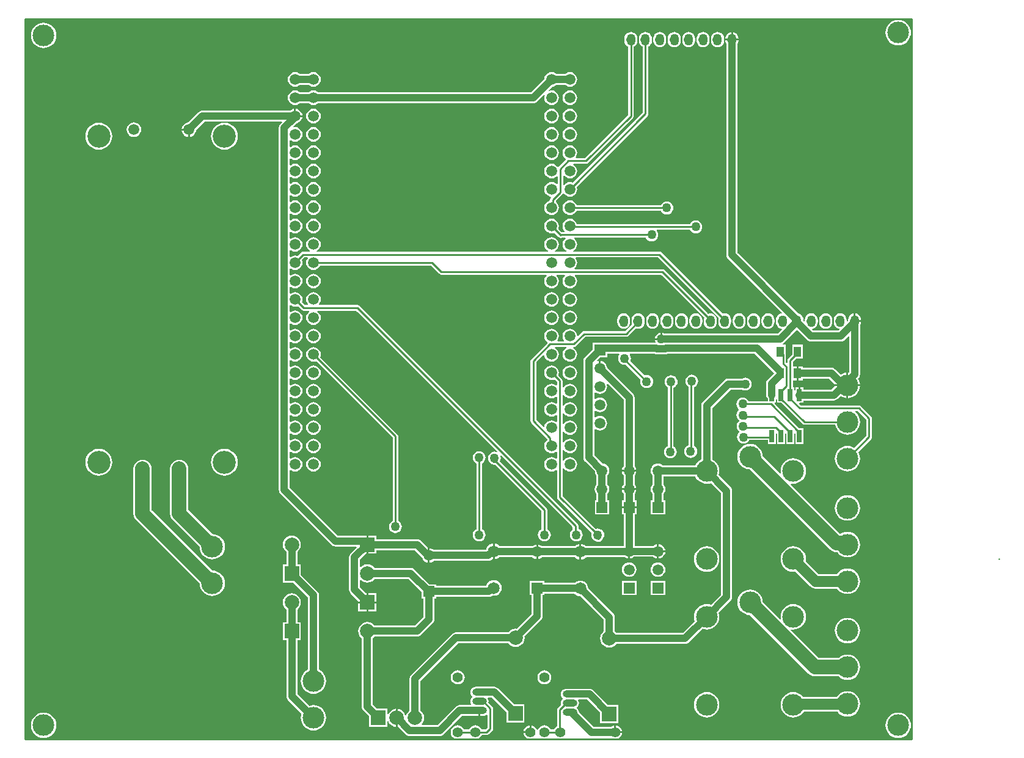
<source format=gtl>
G04*
G04 #@! TF.GenerationSoftware,Altium Limited,Altium Designer,19.0.4 (130)*
G04*
G04 Layer_Physical_Order=1*
G04 Layer_Color=255*
%FSLAX25Y25*%
%MOIN*%
G70*
G01*
G75*
%ADD11C,0.01000*%
%ADD16R,0.02500X0.06500*%
%ADD17R,0.03937X0.05709*%
%ADD18R,0.03937X0.05512*%
%ADD36C,0.07874*%
%ADD37C,0.03937*%
%ADD38C,0.05906*%
%ADD39C,0.05906*%
%ADD40C,0.11811*%
%ADD41C,0.05512*%
%ADD42C,0.07874*%
%ADD43R,0.07874X0.07874*%
%ADD44O,0.05000X0.06299*%
%ADD45R,0.05906X0.05906*%
%ADD46C,0.05906*%
%ADD47C,0.06496*%
%ADD48R,0.07874X0.07874*%
%ADD49O,0.07874X0.03937*%
%ADD50O,0.07874X0.03937*%
%ADD51C,0.12598*%
%ADD52C,0.05000*%
G36*
X346000Y-6591D02*
X345506Y-6646D01*
X345111Y-5345D01*
X344469Y-4145D01*
X343607Y-3093D01*
X342555Y-2231D01*
X341355Y-1589D01*
X340054Y-1194D01*
X338700Y-1061D01*
X337346Y-1194D01*
X336045Y-1589D01*
X334845Y-2231D01*
X333793Y-3093D01*
X332930Y-4145D01*
X332289Y-5345D01*
X331894Y-6646D01*
X331761Y-8000D01*
X331894Y-9354D01*
X332289Y-10655D01*
X332930Y-11855D01*
X333793Y-12907D01*
X334845Y-13769D01*
X336045Y-14411D01*
X337346Y-14806D01*
X338700Y-14939D01*
X340054Y-14806D01*
X341355Y-14411D01*
X342555Y-13769D01*
X343607Y-12907D01*
X344469Y-11855D01*
X345111Y-10655D01*
X345506Y-9354D01*
X346000Y-9409D01*
Y-384591D01*
X345506Y-384646D01*
X345111Y-383345D01*
X344469Y-382145D01*
X343607Y-381093D01*
X342555Y-380230D01*
X341355Y-379589D01*
X340054Y-379194D01*
X338700Y-379061D01*
X337346Y-379194D01*
X336045Y-379589D01*
X334845Y-380230D01*
X333793Y-381093D01*
X332930Y-382145D01*
X332289Y-383345D01*
X331894Y-384646D01*
X331761Y-386000D01*
X331894Y-387354D01*
X332289Y-388655D01*
X332930Y-389855D01*
X333793Y-390907D01*
X334845Y-391770D01*
X336045Y-392411D01*
X337346Y-392806D01*
X338700Y-392939D01*
X340054Y-392806D01*
X341355Y-392411D01*
X342555Y-391770D01*
X343607Y-390907D01*
X344469Y-389855D01*
X345111Y-388655D01*
X345506Y-387354D01*
X346000Y-387409D01*
Y-393500D01*
X186383D01*
X186255Y-393203D01*
X186244Y-393000D01*
X186970Y-392442D01*
X187572Y-391658D01*
X187951Y-390744D01*
X188014Y-390264D01*
X184291D01*
Y-389764D01*
X183791D01*
Y-386041D01*
X183311Y-386105D01*
X182397Y-386483D01*
X182024Y-386770D01*
X172500D01*
X164542Y-378812D01*
X164467Y-378241D01*
X164168Y-377519D01*
X163692Y-376899D01*
X163519Y-376766D01*
Y-376266D01*
X163692Y-376133D01*
X164168Y-375513D01*
X164467Y-374791D01*
X164569Y-374016D01*
X164467Y-373241D01*
X164168Y-372519D01*
X164121Y-372458D01*
X164343Y-372010D01*
X169114D01*
X176165Y-379061D01*
Y-384701D01*
X186039D01*
Y-374827D01*
X180400D01*
X172471Y-366899D01*
X171851Y-366423D01*
X171129Y-366124D01*
X170354Y-366022D01*
X157638D01*
X156863Y-366124D01*
X156141Y-366423D01*
X155521Y-366899D01*
X155045Y-367519D01*
X154746Y-368241D01*
X154644Y-369016D01*
X154746Y-369791D01*
X155045Y-370513D01*
X155521Y-371133D01*
X155694Y-371266D01*
Y-371766D01*
X155521Y-371899D01*
X155045Y-372519D01*
X154746Y-373241D01*
X154644Y-374016D01*
X154740Y-374750D01*
X153088Y-376403D01*
X152756Y-376899D01*
X152640Y-377484D01*
Y-386383D01*
X152397Y-386483D01*
X151613Y-387085D01*
X151011Y-387870D01*
X150851Y-388254D01*
X149093D01*
X148950Y-387909D01*
X148348Y-387124D01*
X147563Y-386522D01*
X146650Y-386144D01*
X145669Y-386015D01*
X144689Y-386144D01*
X143775Y-386522D01*
X142991Y-387124D01*
X142388Y-387909D01*
X142168Y-388440D01*
X141627D01*
X141391Y-387870D01*
X140789Y-387085D01*
X140004Y-386483D01*
X139091Y-386105D01*
X138610Y-386041D01*
Y-389764D01*
X138110D01*
Y-390264D01*
X134388D01*
X134451Y-390744D01*
X134829Y-391658D01*
X135432Y-392442D01*
X136158Y-393000D01*
X136147Y-393203D01*
X136018Y-393500D01*
X110202D01*
X110073Y-393203D01*
X110063Y-393000D01*
X110789Y-392442D01*
X111391Y-391658D01*
X111542Y-391293D01*
X114173D01*
X114759Y-391177D01*
X115255Y-390845D01*
X117223Y-388877D01*
X117555Y-388381D01*
X117671Y-387795D01*
Y-376890D01*
X117555Y-376305D01*
X117223Y-375808D01*
X115102Y-373687D01*
X115199Y-372953D01*
X115097Y-372178D01*
X114798Y-371456D01*
X114751Y-371395D01*
X114972Y-370947D01*
X117165D01*
X124984Y-378766D01*
Y-384405D01*
X134858D01*
Y-374532D01*
X129219D01*
X120523Y-365836D01*
X119903Y-365360D01*
X119181Y-365061D01*
X118405Y-364959D01*
X112205D01*
X112205Y-364959D01*
X108268D01*
X107493Y-365061D01*
X106771Y-365360D01*
X106150Y-365836D01*
X105675Y-366456D01*
X105376Y-367178D01*
X105274Y-367953D01*
X105376Y-368728D01*
X105675Y-369450D01*
X106150Y-370070D01*
X106324Y-370203D01*
Y-370703D01*
X106150Y-370836D01*
X105675Y-371456D01*
X105376Y-372178D01*
X105274Y-372953D01*
X105376Y-373728D01*
X105675Y-374450D01*
X105721Y-374510D01*
X105500Y-374959D01*
X99410D01*
X98634Y-375061D01*
X97912Y-375360D01*
X97292Y-375836D01*
X87327Y-385801D01*
X78887D01*
X78723Y-385301D01*
X79431Y-384380D01*
X79928Y-383179D01*
X80098Y-381890D01*
X79928Y-380601D01*
X79431Y-379400D01*
X78639Y-378369D01*
X78112Y-377964D01*
Y-361850D01*
X98681Y-341282D01*
X125996D01*
X126400Y-341809D01*
X127431Y-342600D01*
X128632Y-343097D01*
X129921Y-343267D01*
X131210Y-343097D01*
X132411Y-342600D01*
X133442Y-341809D01*
X134234Y-340777D01*
X134731Y-339576D01*
X134901Y-338287D01*
X134814Y-337629D01*
X143849Y-328594D01*
X144325Y-327973D01*
X144624Y-327251D01*
X144726Y-326476D01*
Y-314976D01*
X145685D01*
Y-314175D01*
X162176D01*
X162325Y-314368D01*
X163212Y-315049D01*
X164245Y-315477D01*
X165354Y-315623D01*
X165399Y-315617D01*
X178108Y-328327D01*
Y-334657D01*
X177581Y-335062D01*
X176790Y-336093D01*
X176292Y-337294D01*
X176123Y-338583D01*
X176292Y-339872D01*
X176790Y-341073D01*
X177581Y-342104D01*
X178613Y-342895D01*
X179814Y-343393D01*
X181102Y-343562D01*
X182391Y-343393D01*
X183592Y-342895D01*
X184624Y-342104D01*
X185028Y-341577D01*
X222441D01*
X223216Y-341475D01*
X223938Y-341176D01*
X224558Y-340700D01*
X231964Y-333294D01*
X232898Y-333577D01*
X234252Y-333711D01*
X235606Y-333577D01*
X236907Y-333182D01*
X238107Y-332541D01*
X239159Y-331678D01*
X240021Y-330627D01*
X240663Y-329427D01*
X241057Y-328125D01*
X241191Y-326772D01*
X241057Y-325418D01*
X240774Y-324484D01*
X247196Y-318062D01*
X247672Y-317442D01*
X247971Y-316720D01*
X248073Y-315945D01*
Y-258071D01*
X247971Y-257296D01*
X247672Y-256574D01*
X247196Y-255954D01*
X240774Y-249532D01*
X241057Y-248598D01*
X241191Y-247244D01*
X241057Y-245890D01*
X240663Y-244589D01*
X240021Y-243389D01*
X239159Y-242337D01*
X238107Y-241475D01*
X237246Y-241014D01*
Y-212756D01*
X247205Y-202797D01*
X253440D01*
X253523Y-202860D01*
X254374Y-203213D01*
X255288Y-203333D01*
X256202Y-203213D01*
X257053Y-202860D01*
X257784Y-202299D01*
X258345Y-201568D01*
X258698Y-200717D01*
X258818Y-199803D01*
X258698Y-198890D01*
X258345Y-198038D01*
X257784Y-197307D01*
X257053Y-196746D01*
X256202Y-196393D01*
X255288Y-196273D01*
X254374Y-196393D01*
X253523Y-196746D01*
X253440Y-196809D01*
X245965D01*
X245190Y-196911D01*
X244467Y-197210D01*
X243847Y-197686D01*
X232135Y-209399D01*
X231659Y-210019D01*
X231360Y-210741D01*
X231258Y-211516D01*
Y-241014D01*
X230397Y-241475D01*
X229345Y-242337D01*
X228483Y-243389D01*
X228075Y-244151D01*
X210397D01*
X209671Y-243595D01*
X208709Y-243196D01*
X207677Y-243060D01*
X206645Y-243196D01*
X205684Y-243595D01*
X204858Y-244228D01*
X204224Y-245054D01*
X203826Y-246015D01*
X203690Y-247047D01*
X203826Y-248079D01*
X204224Y-249041D01*
X204683Y-249638D01*
Y-254456D01*
X204224Y-255054D01*
X203826Y-256015D01*
X203690Y-257047D01*
X203826Y-258079D01*
X204224Y-259041D01*
X204683Y-259638D01*
Y-263094D01*
X203724D01*
Y-271000D01*
X211630D01*
Y-263094D01*
X210671D01*
Y-259638D01*
X211130Y-259041D01*
X211528Y-258079D01*
X211664Y-257047D01*
X211528Y-256015D01*
X211130Y-255054D01*
X210671Y-254456D01*
Y-250140D01*
X227970D01*
X228483Y-251099D01*
X229345Y-252151D01*
X230397Y-253014D01*
X231596Y-253655D01*
X232898Y-254050D01*
X234252Y-254183D01*
X235606Y-254050D01*
X236540Y-253766D01*
X242085Y-259311D01*
Y-314705D01*
X236540Y-320249D01*
X235606Y-319966D01*
X234252Y-319833D01*
X232898Y-319966D01*
X231596Y-320361D01*
X230397Y-321002D01*
X229345Y-321865D01*
X228483Y-322917D01*
X227841Y-324116D01*
X227446Y-325418D01*
X227313Y-326772D01*
X227446Y-328125D01*
X227730Y-329060D01*
X221201Y-335589D01*
X185028D01*
X184624Y-335062D01*
X184097Y-334657D01*
Y-327087D01*
X183994Y-326312D01*
X183695Y-325590D01*
X183220Y-324970D01*
X169633Y-311383D01*
X169639Y-311339D01*
X169493Y-310230D01*
X169065Y-309196D01*
X168384Y-308309D01*
X167497Y-307628D01*
X166463Y-307200D01*
X165354Y-307054D01*
X164245Y-307200D01*
X163212Y-307628D01*
X162483Y-308187D01*
X145685D01*
Y-307071D01*
X137779D01*
Y-314976D01*
X138738D01*
Y-325236D01*
X130580Y-333395D01*
X129921Y-333308D01*
X128632Y-333477D01*
X127431Y-333975D01*
X126400Y-334766D01*
X125996Y-335293D01*
X97441D01*
X96666Y-335395D01*
X95944Y-335694D01*
X95324Y-336170D01*
X73001Y-358493D01*
X72525Y-359113D01*
X72226Y-359835D01*
X72124Y-360610D01*
Y-377964D01*
X71597Y-378369D01*
X70806Y-379400D01*
X70389Y-380406D01*
X69848D01*
X69431Y-379400D01*
X68639Y-378369D01*
X67608Y-377577D01*
X66407Y-377080D01*
X65618Y-376976D01*
Y-381890D01*
Y-386804D01*
X65873Y-386770D01*
X70015Y-390912D01*
X70635Y-391388D01*
X70934Y-391512D01*
X71357Y-391687D01*
X72132Y-391789D01*
X88567D01*
X89342Y-391687D01*
X90064Y-391388D01*
X90684Y-390912D01*
X100650Y-380947D01*
X109736D01*
Y-377953D01*
X110736D01*
Y-380947D01*
X112205D01*
X112980Y-380845D01*
X113702Y-380546D01*
X114112Y-380231D01*
X114612Y-380477D01*
Y-387162D01*
X113540Y-388234D01*
X111542D01*
X111391Y-387870D01*
X110789Y-387085D01*
X110004Y-386483D01*
X109091Y-386105D01*
X108110Y-385976D01*
X107130Y-386105D01*
X106216Y-386483D01*
X105431Y-387085D01*
X104830Y-387870D01*
X104670Y-388254D01*
X101849D01*
X101706Y-387909D01*
X101104Y-387124D01*
X100319Y-386522D01*
X99406Y-386144D01*
X98425Y-386015D01*
X97445Y-386144D01*
X96531Y-386522D01*
X95746Y-387124D01*
X95144Y-387909D01*
X94766Y-388823D01*
X94637Y-389803D01*
X94766Y-390784D01*
X95144Y-391697D01*
X95746Y-392482D01*
X96422Y-393000D01*
X96303Y-393484D01*
X96294Y-393500D01*
X-137500D01*
Y-500D01*
X346000D01*
Y-6591D01*
D02*
G37*
%LPC*%
G36*
X248532Y-7697D02*
Y-11311D01*
X251562D01*
Y-11161D01*
X251441Y-10248D01*
X251089Y-9396D01*
X250528Y-8665D01*
X249797Y-8104D01*
X248945Y-7751D01*
X248532Y-7697D01*
D02*
G37*
G36*
X247532D02*
X247118Y-7751D01*
X246266Y-8104D01*
X245535Y-8665D01*
X244974Y-9396D01*
X244622Y-10248D01*
X244501Y-11161D01*
Y-11311D01*
X247532D01*
Y-7697D01*
D02*
G37*
G36*
X240158Y-7631D02*
X239244Y-7751D01*
X238392Y-8104D01*
X237661Y-8665D01*
X237100Y-9396D01*
X236748Y-10248D01*
X236627Y-11161D01*
Y-12461D01*
X236748Y-13374D01*
X237100Y-14226D01*
X237661Y-14957D01*
X238392Y-15518D01*
X239244Y-15870D01*
X240158Y-15991D01*
X241071Y-15870D01*
X241923Y-15518D01*
X242654Y-14957D01*
X243215Y-14226D01*
X243567Y-13374D01*
X243688Y-12461D01*
Y-11161D01*
X243567Y-10248D01*
X243215Y-9396D01*
X242654Y-8665D01*
X241923Y-8104D01*
X241071Y-7751D01*
X240158Y-7631D01*
D02*
G37*
G36*
X232283D02*
X231370Y-7751D01*
X230518Y-8104D01*
X229787Y-8665D01*
X229226Y-9396D01*
X228873Y-10248D01*
X228753Y-11161D01*
Y-12461D01*
X228873Y-13374D01*
X229226Y-14226D01*
X229787Y-14957D01*
X230518Y-15518D01*
X231370Y-15870D01*
X232283Y-15991D01*
X233197Y-15870D01*
X234049Y-15518D01*
X234780Y-14957D01*
X235341Y-14226D01*
X235693Y-13374D01*
X235814Y-12461D01*
Y-11161D01*
X235693Y-10248D01*
X235341Y-9396D01*
X234780Y-8665D01*
X234049Y-8104D01*
X233197Y-7751D01*
X232283Y-7631D01*
D02*
G37*
G36*
X224410D02*
X223496Y-7751D01*
X222644Y-8104D01*
X221913Y-8665D01*
X221352Y-9396D01*
X221000Y-10248D01*
X220879Y-11161D01*
Y-12461D01*
X221000Y-13374D01*
X221352Y-14226D01*
X221913Y-14957D01*
X222644Y-15518D01*
X223496Y-15870D01*
X224410Y-15991D01*
X225323Y-15870D01*
X226174Y-15518D01*
X226906Y-14957D01*
X227467Y-14226D01*
X227819Y-13374D01*
X227940Y-12461D01*
Y-11161D01*
X227819Y-10248D01*
X227467Y-9396D01*
X226906Y-8665D01*
X226174Y-8104D01*
X225323Y-7751D01*
X224410Y-7631D01*
D02*
G37*
G36*
X216535D02*
X215622Y-7751D01*
X214770Y-8104D01*
X214039Y-8665D01*
X213478Y-9396D01*
X213125Y-10248D01*
X213005Y-11161D01*
Y-12461D01*
X213125Y-13374D01*
X213478Y-14226D01*
X214039Y-14957D01*
X214770Y-15518D01*
X215622Y-15870D01*
X216535Y-15991D01*
X217449Y-15870D01*
X218301Y-15518D01*
X219032Y-14957D01*
X219593Y-14226D01*
X219945Y-13374D01*
X220066Y-12461D01*
Y-11161D01*
X219945Y-10248D01*
X219593Y-9396D01*
X219032Y-8665D01*
X218301Y-8104D01*
X217449Y-7751D01*
X216535Y-7631D01*
D02*
G37*
G36*
X208661D02*
X207748Y-7751D01*
X206896Y-8104D01*
X206165Y-8665D01*
X205604Y-9396D01*
X205252Y-10248D01*
X205131Y-11161D01*
Y-12461D01*
X205252Y-13374D01*
X205604Y-14226D01*
X206165Y-14957D01*
X206896Y-15518D01*
X207748Y-15870D01*
X208661Y-15991D01*
X209575Y-15870D01*
X210426Y-15518D01*
X211158Y-14957D01*
X211719Y-14226D01*
X212071Y-13374D01*
X212192Y-12461D01*
Y-11161D01*
X212071Y-10248D01*
X211719Y-9396D01*
X211158Y-8665D01*
X210426Y-8104D01*
X209575Y-7751D01*
X208661Y-7631D01*
D02*
G37*
G36*
X-127500Y-2561D02*
X-128854Y-2694D01*
X-130155Y-3089D01*
X-131355Y-3731D01*
X-132407Y-4593D01*
X-133270Y-5645D01*
X-133911Y-6845D01*
X-134306Y-8146D01*
X-134439Y-9500D01*
X-134306Y-10854D01*
X-133911Y-12155D01*
X-133270Y-13355D01*
X-132407Y-14407D01*
X-131355Y-15270D01*
X-130155Y-15911D01*
X-128854Y-16306D01*
X-127500Y-16439D01*
X-126146Y-16306D01*
X-124845Y-15911D01*
X-123645Y-15270D01*
X-122593Y-14407D01*
X-121730Y-13355D01*
X-121089Y-12155D01*
X-120694Y-10854D01*
X-120561Y-9500D01*
X-120694Y-8146D01*
X-121089Y-6845D01*
X-121730Y-5645D01*
X-122593Y-4593D01*
X-123645Y-3731D01*
X-124845Y-3089D01*
X-126146Y-2694D01*
X-127500Y-2561D01*
D02*
G37*
G36*
X9685Y-29534D02*
X8653Y-29670D01*
X7692Y-30068D01*
X6866Y-30702D01*
X6232Y-31527D01*
X5834Y-32489D01*
X5698Y-33521D01*
X5834Y-34553D01*
X6232Y-35514D01*
X6866Y-36340D01*
X7692Y-36974D01*
X8653Y-37372D01*
X9685Y-37508D01*
X10717Y-37372D01*
X11678Y-36974D01*
X12276Y-36515D01*
X17094D01*
X17692Y-36974D01*
X18653Y-37372D01*
X19685Y-37508D01*
X20717Y-37372D01*
X21678Y-36974D01*
X22504Y-36340D01*
X23138Y-35514D01*
X23536Y-34553D01*
X23672Y-33521D01*
X23536Y-32489D01*
X23138Y-31527D01*
X22504Y-30702D01*
X21678Y-30068D01*
X20717Y-29670D01*
X19685Y-29534D01*
X18653Y-29670D01*
X17692Y-30068D01*
X17094Y-30527D01*
X12276D01*
X11678Y-30068D01*
X10717Y-29670D01*
X9685Y-29534D01*
D02*
G37*
G36*
X149606Y-29534D02*
X148574Y-29670D01*
X147613Y-30068D01*
X146787Y-30702D01*
X146154Y-31527D01*
X145755Y-32489D01*
X145657Y-33236D01*
X138364Y-40529D01*
X22276D01*
X21678Y-40070D01*
X20717Y-39672D01*
X19685Y-39536D01*
X18653Y-39672D01*
X17692Y-40070D01*
X17094Y-40529D01*
X12276D01*
X11678Y-40070D01*
X10717Y-39672D01*
X9685Y-39536D01*
X8653Y-39672D01*
X7692Y-40070D01*
X6866Y-40703D01*
X6232Y-41529D01*
X5834Y-42491D01*
X5698Y-43523D01*
X5834Y-44554D01*
X6232Y-45516D01*
X6866Y-46342D01*
X7692Y-46975D01*
X8653Y-47374D01*
X9685Y-47510D01*
X10717Y-47374D01*
X11678Y-46975D01*
X12276Y-46517D01*
X17094D01*
X17692Y-46975D01*
X18653Y-47374D01*
X19685Y-47510D01*
X20717Y-47374D01*
X21678Y-46975D01*
X22276Y-46517D01*
X139604D01*
X140379Y-46415D01*
X141102Y-46116D01*
X141722Y-45640D01*
X145457Y-41905D01*
X145881Y-42188D01*
X145755Y-42491D01*
X145619Y-43523D01*
X145755Y-44555D01*
X146154Y-45516D01*
X146787Y-46342D01*
X147613Y-46975D01*
X148574Y-47374D01*
X149606Y-47510D01*
X150638Y-47374D01*
X151600Y-46975D01*
X152425Y-46342D01*
X153059Y-45516D01*
X153457Y-44555D01*
X153593Y-43523D01*
X153457Y-42491D01*
X153059Y-41529D01*
X152425Y-40704D01*
X151600Y-40070D01*
X150638Y-39672D01*
X149606Y-39536D01*
X148574Y-39672D01*
X148271Y-39797D01*
X147988Y-39373D01*
X149891Y-37470D01*
X150638Y-37372D01*
X151600Y-36974D01*
X152197Y-36515D01*
X157015D01*
X157613Y-36974D01*
X158574Y-37372D01*
X159606Y-37508D01*
X160638Y-37372D01*
X161600Y-36974D01*
X162425Y-36340D01*
X163059Y-35514D01*
X163457Y-34553D01*
X163593Y-33521D01*
X163457Y-32489D01*
X163059Y-31528D01*
X162425Y-30702D01*
X161600Y-30068D01*
X160638Y-29670D01*
X159606Y-29534D01*
X158574Y-29670D01*
X157613Y-30068D01*
X157015Y-30527D01*
X152198D01*
X151600Y-30068D01*
X150638Y-29670D01*
X149606Y-29534D01*
D02*
G37*
G36*
X159606Y-39536D02*
X158574Y-39672D01*
X157613Y-40070D01*
X156787Y-40704D01*
X156154Y-41529D01*
X155755Y-42491D01*
X155619Y-43523D01*
X155755Y-44555D01*
X156154Y-45516D01*
X156787Y-46342D01*
X157613Y-46976D01*
X158574Y-47374D01*
X159606Y-47510D01*
X160638Y-47374D01*
X161600Y-46976D01*
X162425Y-46342D01*
X163059Y-45516D01*
X163457Y-44555D01*
X163593Y-43523D01*
X163457Y-42491D01*
X163059Y-41529D01*
X162425Y-40704D01*
X161600Y-40070D01*
X160638Y-39672D01*
X159606Y-39536D01*
D02*
G37*
G36*
X10185Y-49604D02*
Y-53025D01*
X13606D01*
X13536Y-52493D01*
X13138Y-51531D01*
X12504Y-50705D01*
X11678Y-50072D01*
X10717Y-49674D01*
X10185Y-49604D01*
D02*
G37*
G36*
X149606Y-49538D02*
X148574Y-49674D01*
X147613Y-50072D01*
X146787Y-50705D01*
X146154Y-51531D01*
X145755Y-52493D01*
X145619Y-53525D01*
X145755Y-54557D01*
X146154Y-55518D01*
X146787Y-56344D01*
X147613Y-56977D01*
X148574Y-57376D01*
X149606Y-57512D01*
X150638Y-57376D01*
X151600Y-56977D01*
X152425Y-56344D01*
X153059Y-55518D01*
X153457Y-54557D01*
X153593Y-53525D01*
X153457Y-52493D01*
X153059Y-51531D01*
X152425Y-50705D01*
X151600Y-50072D01*
X150638Y-49674D01*
X149606Y-49538D01*
D02*
G37*
G36*
X19685D02*
X18653Y-49674D01*
X17692Y-50072D01*
X16866Y-50705D01*
X16232Y-51531D01*
X15834Y-52493D01*
X15698Y-53525D01*
X15834Y-54557D01*
X16232Y-55518D01*
X16866Y-56344D01*
X17692Y-56977D01*
X18653Y-57376D01*
X19685Y-57512D01*
X20717Y-57376D01*
X21678Y-56977D01*
X22504Y-56344D01*
X23138Y-55518D01*
X23536Y-54557D01*
X23672Y-53525D01*
X23536Y-52493D01*
X23138Y-51531D01*
X22504Y-50705D01*
X21678Y-50072D01*
X20717Y-49674D01*
X19685Y-49538D01*
D02*
G37*
G36*
X159606Y-49538D02*
X158574Y-49674D01*
X157613Y-50072D01*
X156787Y-50706D01*
X156154Y-51531D01*
X155755Y-52493D01*
X155619Y-53525D01*
X155755Y-54557D01*
X156154Y-55518D01*
X156787Y-56344D01*
X157613Y-56977D01*
X158574Y-57376D01*
X159606Y-57512D01*
X160638Y-57376D01*
X161600Y-56977D01*
X162425Y-56344D01*
X163059Y-55518D01*
X163457Y-54557D01*
X163593Y-53525D01*
X163457Y-52493D01*
X163059Y-51531D01*
X162425Y-50706D01*
X161600Y-50072D01*
X160638Y-49674D01*
X159606Y-49538D01*
D02*
G37*
G36*
X-48764Y-61461D02*
X-52185D01*
X-52115Y-61993D01*
X-51717Y-62954D01*
X-51083Y-63780D01*
X-50257Y-64413D01*
X-49296Y-64812D01*
X-48764Y-64882D01*
Y-61461D01*
D02*
G37*
G36*
X-78264Y-56974D02*
X-79296Y-57110D01*
X-80257Y-57508D01*
X-81083Y-58141D01*
X-81717Y-58967D01*
X-82115Y-59929D01*
X-82251Y-60961D01*
X-82115Y-61993D01*
X-81717Y-62954D01*
X-81083Y-63780D01*
X-80257Y-64413D01*
X-79296Y-64812D01*
X-78264Y-64947D01*
X-77232Y-64812D01*
X-76270Y-64413D01*
X-75445Y-63780D01*
X-74811Y-62954D01*
X-74413Y-61993D01*
X-74277Y-60961D01*
X-74413Y-59929D01*
X-74811Y-58967D01*
X-75445Y-58141D01*
X-76270Y-57508D01*
X-77232Y-57110D01*
X-78264Y-56974D01*
D02*
G37*
G36*
X9185Y-49604D02*
X8653Y-49674D01*
X7692Y-50072D01*
X7094Y-50530D01*
X-40828D01*
X-41603Y-50632D01*
X-42026Y-50808D01*
X-42325Y-50932D01*
X-42945Y-51407D01*
X-48549Y-57011D01*
X-49296Y-57110D01*
X-50257Y-57508D01*
X-51083Y-58141D01*
X-51717Y-58967D01*
X-52115Y-59929D01*
X-52185Y-60461D01*
X-48264D01*
Y-60961D01*
X-47764D01*
Y-64882D01*
X-47232Y-64812D01*
X-46270Y-64413D01*
X-45445Y-63780D01*
X-44811Y-62954D01*
X-44413Y-61993D01*
X-44314Y-61246D01*
X-39588Y-56519D01*
X2336D01*
X2527Y-56981D01*
X1647Y-57861D01*
X1171Y-58481D01*
X872Y-59203D01*
X770Y-59978D01*
Y-257464D01*
X872Y-258239D01*
X1171Y-258961D01*
X1647Y-259581D01*
X29616Y-287550D01*
X30236Y-288026D01*
X30535Y-288150D01*
X30958Y-288325D01*
X31733Y-288427D01*
X43142D01*
X43333Y-288889D01*
X40032Y-292190D01*
X39557Y-292810D01*
X39257Y-293532D01*
X39156Y-294307D01*
Y-311992D01*
X39257Y-312767D01*
X39557Y-313489D01*
X40032Y-314109D01*
X44118Y-318195D01*
Y-318398D01*
X48555D01*
Y-313961D01*
X48352D01*
X45144Y-310752D01*
Y-306919D01*
X45644Y-306755D01*
X46565Y-307462D01*
X47766Y-307960D01*
X49055Y-308129D01*
X50344Y-307960D01*
X51545Y-307462D01*
X52576Y-306671D01*
X52981Y-306144D01*
X71595D01*
X78724Y-313274D01*
Y-316945D01*
X79683D01*
Y-326967D01*
X74999Y-331651D01*
X52981D01*
X52576Y-331124D01*
X51545Y-330333D01*
X50344Y-329836D01*
X49055Y-329666D01*
X47766Y-329836D01*
X46565Y-330333D01*
X45534Y-331124D01*
X44743Y-332156D01*
X44245Y-333357D01*
X44076Y-334646D01*
X44245Y-335934D01*
X44743Y-337136D01*
X45534Y-338167D01*
X46061Y-338571D01*
Y-375827D01*
X46163Y-376602D01*
X46462Y-377324D01*
X46938Y-377944D01*
X50181Y-381187D01*
Y-386827D01*
X60055D01*
Y-383874D01*
X60555Y-383775D01*
X60806Y-384380D01*
X61597Y-385411D01*
X62628Y-386202D01*
X63829Y-386700D01*
X64618Y-386804D01*
Y-381890D01*
Y-376976D01*
X63829Y-377080D01*
X62628Y-377577D01*
X61597Y-378369D01*
X60806Y-379400D01*
X60555Y-380005D01*
X60055Y-379905D01*
Y-376953D01*
X54415D01*
X52049Y-374587D01*
Y-338571D01*
X52576Y-338167D01*
X52981Y-337640D01*
X76239D01*
X77014Y-337538D01*
X77736Y-337239D01*
X78356Y-336763D01*
X84794Y-330325D01*
X85270Y-329705D01*
X85394Y-329405D01*
X85569Y-328982D01*
X85671Y-328207D01*
Y-316945D01*
X86630D01*
Y-315986D01*
X115449D01*
X116224Y-315884D01*
X116946Y-315585D01*
X117425Y-315218D01*
X118110Y-315308D01*
X119219Y-315162D01*
X120253Y-314734D01*
X121140Y-314053D01*
X121821Y-313166D01*
X122249Y-312133D01*
X122395Y-311024D01*
X122249Y-309915D01*
X121821Y-308881D01*
X121140Y-307994D01*
X120253Y-307313D01*
X119219Y-306885D01*
X118110Y-306739D01*
X117001Y-306885D01*
X115968Y-307313D01*
X115080Y-307994D01*
X114400Y-308881D01*
X113972Y-309915D01*
X113961Y-309998D01*
X86630D01*
Y-309039D01*
X82959D01*
X74952Y-301032D01*
X74332Y-300557D01*
X73610Y-300257D01*
X72835Y-300155D01*
X52981D01*
X52576Y-299628D01*
X51545Y-298837D01*
X50344Y-298340D01*
X49055Y-298170D01*
X47766Y-298340D01*
X46565Y-298837D01*
X45644Y-299544D01*
X45144Y-299381D01*
Y-295547D01*
X48352Y-292339D01*
X48555D01*
Y-287402D01*
Y-282465D01*
X47281D01*
X47087Y-282439D01*
X32973D01*
X6758Y-256224D01*
Y-246926D01*
X7258Y-246680D01*
X7692Y-247013D01*
X8653Y-247411D01*
X9685Y-247547D01*
X10717Y-247411D01*
X11678Y-247013D01*
X12504Y-246379D01*
X13138Y-245553D01*
X13536Y-244592D01*
X13672Y-243560D01*
X13536Y-242528D01*
X13138Y-241567D01*
X12504Y-240741D01*
X11678Y-240107D01*
X10717Y-239709D01*
X9685Y-239573D01*
X8653Y-239709D01*
X7692Y-240107D01*
X7258Y-240440D01*
X6758Y-240194D01*
Y-236925D01*
X7258Y-236678D01*
X7692Y-237011D01*
X8653Y-237409D01*
X9685Y-237545D01*
X10717Y-237409D01*
X11678Y-237011D01*
X12504Y-236377D01*
X13138Y-235552D01*
X13536Y-234590D01*
X13672Y-233558D01*
X13536Y-232526D01*
X13138Y-231565D01*
X12504Y-230739D01*
X11678Y-230105D01*
X10717Y-229707D01*
X9685Y-229571D01*
X8653Y-229707D01*
X7692Y-230105D01*
X7258Y-230438D01*
X6758Y-230192D01*
Y-226923D01*
X7258Y-226676D01*
X7692Y-227009D01*
X8653Y-227407D01*
X9685Y-227543D01*
X10717Y-227407D01*
X11678Y-227009D01*
X12504Y-226375D01*
X13138Y-225550D01*
X13536Y-224588D01*
X13672Y-223556D01*
X13536Y-222524D01*
X13138Y-221563D01*
X12504Y-220737D01*
X11678Y-220104D01*
X10717Y-219705D01*
X9685Y-219569D01*
X8653Y-219705D01*
X7692Y-220104D01*
X7258Y-220436D01*
X6758Y-220190D01*
Y-216921D01*
X7258Y-216674D01*
X7692Y-217007D01*
X8653Y-217405D01*
X9685Y-217541D01*
X10717Y-217405D01*
X11678Y-217007D01*
X12504Y-216374D01*
X13138Y-215548D01*
X13536Y-214586D01*
X13672Y-213554D01*
X13536Y-212523D01*
X13138Y-211561D01*
X12504Y-210735D01*
X11678Y-210102D01*
X10717Y-209703D01*
X9685Y-209568D01*
X8653Y-209703D01*
X7692Y-210102D01*
X7258Y-210435D01*
X6758Y-210188D01*
Y-206919D01*
X7258Y-206673D01*
X7692Y-207005D01*
X8653Y-207404D01*
X9685Y-207539D01*
X10717Y-207404D01*
X11678Y-207005D01*
X12504Y-206372D01*
X13138Y-205546D01*
X13536Y-204584D01*
X13672Y-203553D01*
X13536Y-202521D01*
X13138Y-201559D01*
X12504Y-200733D01*
X11678Y-200100D01*
X10717Y-199701D01*
X9685Y-199566D01*
X8653Y-199701D01*
X7692Y-200100D01*
X7258Y-200433D01*
X6758Y-200186D01*
Y-196917D01*
X7258Y-196671D01*
X7692Y-197003D01*
X8653Y-197402D01*
X9685Y-197538D01*
X10717Y-197402D01*
X11678Y-197003D01*
X12504Y-196370D01*
X13138Y-195544D01*
X13536Y-194583D01*
X13672Y-193551D01*
X13536Y-192519D01*
X13138Y-191557D01*
X12504Y-190732D01*
X11678Y-190098D01*
X10717Y-189700D01*
X9685Y-189564D01*
X8653Y-189700D01*
X7692Y-190098D01*
X7258Y-190431D01*
X6758Y-190184D01*
Y-186915D01*
X7258Y-186669D01*
X7692Y-187002D01*
X8653Y-187400D01*
X9685Y-187536D01*
X10717Y-187400D01*
X11678Y-187002D01*
X12504Y-186368D01*
X13138Y-185542D01*
X13536Y-184581D01*
X13672Y-183549D01*
X13536Y-182517D01*
X13138Y-181555D01*
X12504Y-180730D01*
X11678Y-180096D01*
X10717Y-179698D01*
X9685Y-179562D01*
X8653Y-179698D01*
X7692Y-180096D01*
X7258Y-180429D01*
X6758Y-180182D01*
Y-176913D01*
X7258Y-176667D01*
X7692Y-177000D01*
X8653Y-177398D01*
X9685Y-177534D01*
X10717Y-177398D01*
X11678Y-177000D01*
X12504Y-176366D01*
X13138Y-175540D01*
X13536Y-174579D01*
X13672Y-173547D01*
X13536Y-172515D01*
X13138Y-171554D01*
X12504Y-170728D01*
X11678Y-170094D01*
X10717Y-169696D01*
X9685Y-169560D01*
X8653Y-169696D01*
X7692Y-170094D01*
X7258Y-170427D01*
X6758Y-170180D01*
Y-166912D01*
X7258Y-166665D01*
X7692Y-166998D01*
X8653Y-167396D01*
X9685Y-167532D01*
X10717Y-167396D01*
X11678Y-166998D01*
X12504Y-166364D01*
X13138Y-165539D01*
X13536Y-164577D01*
X13672Y-163545D01*
X13536Y-162513D01*
X13138Y-161552D01*
X12504Y-160726D01*
X11678Y-160092D01*
X10717Y-159694D01*
X9685Y-159558D01*
X8653Y-159694D01*
X7692Y-160092D01*
X7258Y-160425D01*
X6758Y-160179D01*
Y-156910D01*
X7258Y-156663D01*
X7692Y-156996D01*
X8653Y-157394D01*
X9685Y-157530D01*
X10717Y-157394D01*
X11181Y-157202D01*
X13260Y-159281D01*
X13757Y-159613D01*
X14342Y-159729D01*
X17343D01*
X17513Y-160229D01*
X16866Y-160726D01*
X16232Y-161552D01*
X15834Y-162513D01*
X15698Y-163545D01*
X15834Y-164577D01*
X16232Y-165539D01*
X16866Y-166364D01*
X17692Y-166998D01*
X18653Y-167396D01*
X19685Y-167532D01*
X20717Y-167396D01*
X21678Y-166998D01*
X22504Y-166364D01*
X23138Y-165539D01*
X23536Y-164577D01*
X23672Y-163545D01*
X23536Y-162513D01*
X23138Y-161552D01*
X22504Y-160726D01*
X21857Y-160229D01*
X22027Y-159729D01*
X43167D01*
X119949Y-236512D01*
X119666Y-236936D01*
X119314Y-236790D01*
X118400Y-236670D01*
X117486Y-236790D01*
X116635Y-237143D01*
X115904Y-237704D01*
X115343Y-238435D01*
X114990Y-239286D01*
X114870Y-240200D01*
X114990Y-241114D01*
X115343Y-241965D01*
X115904Y-242696D01*
X116635Y-243257D01*
X117060Y-243433D01*
X117201Y-243527D01*
X117366Y-243560D01*
X117486Y-243610D01*
X118400Y-243730D01*
X118813Y-243676D01*
X144140Y-269003D01*
Y-278945D01*
X143904Y-279043D01*
X143173Y-279604D01*
X142612Y-280335D01*
X142259Y-281186D01*
X142139Y-282100D01*
X142259Y-283014D01*
X142612Y-283865D01*
X143173Y-284596D01*
X143904Y-285157D01*
X144756Y-285510D01*
X145669Y-285630D01*
X146583Y-285510D01*
X147434Y-285157D01*
X148166Y-284596D01*
X148726Y-283865D01*
X149079Y-283014D01*
X149199Y-282100D01*
X149079Y-281186D01*
X148726Y-280335D01*
X148166Y-279604D01*
X147434Y-279043D01*
X147199Y-278945D01*
Y-268369D01*
X147082Y-267784D01*
X146751Y-267288D01*
X121444Y-241982D01*
X121457Y-241965D01*
X121810Y-241114D01*
X121930Y-240200D01*
X121810Y-239286D01*
X121664Y-238934D01*
X122088Y-238651D01*
X161171Y-277733D01*
Y-279169D01*
X160604Y-279604D01*
X160043Y-280335D01*
X159690Y-281186D01*
X159570Y-282100D01*
X159690Y-283014D01*
X160043Y-283865D01*
X160604Y-284596D01*
X161335Y-285157D01*
X162186Y-285510D01*
X163100Y-285630D01*
X164014Y-285510D01*
X164865Y-285157D01*
X165596Y-284596D01*
X166157Y-283865D01*
X166510Y-283014D01*
X166630Y-282100D01*
X166510Y-281186D01*
X166157Y-280335D01*
X165596Y-279604D01*
X164865Y-279043D01*
X164229Y-278779D01*
Y-277100D01*
X164113Y-276515D01*
X163781Y-276019D01*
X44881Y-157119D01*
X44385Y-156787D01*
X43800Y-156671D01*
X22894D01*
X22651Y-156171D01*
X23138Y-155537D01*
X23536Y-154575D01*
X23672Y-153543D01*
X23536Y-152511D01*
X23138Y-151550D01*
X22504Y-150724D01*
X21678Y-150091D01*
X20717Y-149692D01*
X19685Y-149556D01*
X18653Y-149692D01*
X17692Y-150091D01*
X16866Y-150724D01*
X16232Y-151550D01*
X15834Y-152511D01*
X15698Y-153543D01*
X15834Y-154575D01*
X16232Y-155537D01*
X16719Y-156171D01*
X16476Y-156671D01*
X14975D01*
X13344Y-155039D01*
X13536Y-154575D01*
X13672Y-153543D01*
X13536Y-152511D01*
X13138Y-151550D01*
X12504Y-150724D01*
X11678Y-150091D01*
X10717Y-149692D01*
X9685Y-149556D01*
X8653Y-149692D01*
X7692Y-150091D01*
X7258Y-150423D01*
X6758Y-150177D01*
Y-146908D01*
X7258Y-146661D01*
X7692Y-146994D01*
X8653Y-147392D01*
X9685Y-147528D01*
X10717Y-147392D01*
X11678Y-146994D01*
X12504Y-146361D01*
X13138Y-145535D01*
X13536Y-144573D01*
X13672Y-143541D01*
X13536Y-142509D01*
X13138Y-141548D01*
X12504Y-140722D01*
X11678Y-140089D01*
X10717Y-139690D01*
X9685Y-139555D01*
X8653Y-139690D01*
X7692Y-140089D01*
X7258Y-140421D01*
X6758Y-140175D01*
Y-136906D01*
X7258Y-136659D01*
X7692Y-136992D01*
X8653Y-137390D01*
X9685Y-137526D01*
X10717Y-137390D01*
X11678Y-136992D01*
X12504Y-136359D01*
X13138Y-135533D01*
X13536Y-134571D01*
X13672Y-133539D01*
X13536Y-132508D01*
X13344Y-132044D01*
X14771Y-130616D01*
X16316D01*
X16562Y-131116D01*
X16232Y-131546D01*
X15834Y-132508D01*
X15698Y-133540D01*
X15834Y-134572D01*
X16232Y-135533D01*
X16866Y-136359D01*
X17692Y-136992D01*
X18653Y-137391D01*
X19685Y-137526D01*
X20717Y-137391D01*
X21678Y-136992D01*
X22504Y-136359D01*
X23138Y-135533D01*
X23330Y-135069D01*
X83793D01*
X88405Y-139681D01*
X88901Y-140013D01*
X89486Y-140129D01*
X146782D01*
X146943Y-140603D01*
X146787Y-140722D01*
X146154Y-141548D01*
X145755Y-142510D01*
X145619Y-143541D01*
X145755Y-144573D01*
X146154Y-145535D01*
X146787Y-146361D01*
X147613Y-146994D01*
X148574Y-147392D01*
X149606Y-147528D01*
X150638Y-147392D01*
X151600Y-146994D01*
X152425Y-146361D01*
X153059Y-145535D01*
X153457Y-144573D01*
X153593Y-143541D01*
X153457Y-142510D01*
X153059Y-141548D01*
X152425Y-140722D01*
X152270Y-140603D01*
X152430Y-140129D01*
X156782D01*
X156943Y-140603D01*
X156787Y-140722D01*
X156154Y-141548D01*
X155755Y-142510D01*
X155619Y-143541D01*
X155755Y-144573D01*
X156154Y-145535D01*
X156787Y-146361D01*
X157613Y-146994D01*
X158574Y-147392D01*
X159606Y-147528D01*
X160638Y-147392D01*
X161600Y-146994D01*
X162425Y-146361D01*
X163059Y-145535D01*
X163457Y-144573D01*
X163593Y-143541D01*
X163457Y-142510D01*
X163059Y-141548D01*
X162425Y-140722D01*
X162270Y-140603D01*
X162431Y-140129D01*
X209482D01*
X232908Y-163555D01*
X232811Y-163791D01*
X232690Y-164705D01*
Y-166004D01*
X232811Y-166918D01*
X233163Y-167769D01*
X233724Y-168500D01*
X234455Y-169061D01*
X235307Y-169414D01*
X236221Y-169534D01*
X237134Y-169414D01*
X237986Y-169061D01*
X238717Y-168500D01*
X239278Y-167769D01*
X239630Y-166918D01*
X239751Y-166004D01*
Y-164705D01*
X239630Y-163791D01*
X239278Y-162940D01*
X238717Y-162208D01*
X237986Y-161647D01*
X237134Y-161295D01*
X236221Y-161174D01*
X235307Y-161295D01*
X235071Y-161392D01*
X211197Y-137519D01*
X210701Y-137187D01*
X210116Y-137071D01*
X162319D01*
X162149Y-136571D01*
X162425Y-136359D01*
X163059Y-135533D01*
X163457Y-134572D01*
X163593Y-133540D01*
X163457Y-132508D01*
X163059Y-131546D01*
X162729Y-131116D01*
X162976Y-130616D01*
X207843D01*
X240782Y-163555D01*
X240685Y-163791D01*
X240564Y-164705D01*
Y-166004D01*
X240685Y-166918D01*
X241037Y-167769D01*
X241598Y-168500D01*
X242329Y-169061D01*
X243181Y-169414D01*
X244094Y-169534D01*
X245008Y-169414D01*
X245860Y-169061D01*
X246591Y-168500D01*
X247152Y-167769D01*
X247504Y-166918D01*
X247625Y-166004D01*
Y-164705D01*
X247504Y-163791D01*
X247152Y-162940D01*
X246591Y-162208D01*
X245860Y-161647D01*
X245008Y-161295D01*
X244094Y-161174D01*
X243181Y-161295D01*
X242945Y-161392D01*
X209558Y-128005D01*
X209062Y-127674D01*
X208477Y-127557D01*
X161538D01*
X161438Y-127057D01*
X161600Y-126990D01*
X162425Y-126357D01*
X163059Y-125531D01*
X163457Y-124570D01*
X163593Y-123538D01*
X163457Y-122506D01*
X163059Y-121544D01*
X162425Y-120719D01*
X161918Y-120329D01*
X162088Y-119829D01*
X201045D01*
X201143Y-120065D01*
X201704Y-120796D01*
X202435Y-121357D01*
X203286Y-121710D01*
X204200Y-121830D01*
X205114Y-121710D01*
X205965Y-121357D01*
X206696Y-120796D01*
X207257Y-120065D01*
X207610Y-119214D01*
X207730Y-118300D01*
X207610Y-117386D01*
X207257Y-116535D01*
X206869Y-116029D01*
X207116Y-115529D01*
X225145D01*
X225243Y-115765D01*
X225804Y-116496D01*
X226535Y-117057D01*
X227386Y-117410D01*
X228300Y-117530D01*
X229214Y-117410D01*
X230065Y-117057D01*
X230796Y-116496D01*
X231357Y-115765D01*
X231710Y-114914D01*
X231830Y-114000D01*
X231710Y-113086D01*
X231357Y-112235D01*
X230796Y-111504D01*
X230065Y-110943D01*
X229214Y-110590D01*
X228300Y-110470D01*
X227386Y-110590D01*
X226535Y-110943D01*
X225804Y-111504D01*
X225243Y-112235D01*
X225145Y-112471D01*
X163444D01*
X163059Y-111542D01*
X162425Y-110717D01*
X161600Y-110083D01*
X160638Y-109685D01*
X159606Y-109549D01*
X158574Y-109685D01*
X157613Y-110083D01*
X156787Y-110717D01*
X156154Y-111542D01*
X155755Y-112504D01*
X155619Y-113536D01*
X155755Y-114568D01*
X156154Y-115529D01*
X156722Y-116271D01*
X156583Y-116771D01*
X155004D01*
X153265Y-115032D01*
X153457Y-114568D01*
X153593Y-113536D01*
X153457Y-112504D01*
X153059Y-111542D01*
X152425Y-110717D01*
X151600Y-110083D01*
X150638Y-109685D01*
X149606Y-109549D01*
X148574Y-109685D01*
X147613Y-110083D01*
X146787Y-110717D01*
X146154Y-111542D01*
X145755Y-112504D01*
X145619Y-113536D01*
X145755Y-114568D01*
X146154Y-115529D01*
X146787Y-116355D01*
X147613Y-116989D01*
X148574Y-117387D01*
X149606Y-117523D01*
X150638Y-117387D01*
X151102Y-117195D01*
X153489Y-119581D01*
X153985Y-119913D01*
X154570Y-120029D01*
X155156Y-119913D01*
X155281Y-119829D01*
X157125D01*
X157294Y-120329D01*
X156787Y-120719D01*
X156154Y-121544D01*
X155755Y-122506D01*
X155619Y-123538D01*
X155755Y-124570D01*
X156154Y-125531D01*
X156787Y-126357D01*
X157613Y-126990D01*
X157775Y-127057D01*
X157675Y-127557D01*
X151537D01*
X151438Y-127057D01*
X151600Y-126990D01*
X152425Y-126357D01*
X153059Y-125531D01*
X153457Y-124570D01*
X153593Y-123538D01*
X153457Y-122506D01*
X153059Y-121544D01*
X152425Y-120719D01*
X151600Y-120085D01*
X150638Y-119687D01*
X149606Y-119551D01*
X148574Y-119687D01*
X147613Y-120085D01*
X146787Y-120719D01*
X146154Y-121544D01*
X145755Y-122506D01*
X145619Y-123538D01*
X145755Y-124570D01*
X146154Y-125531D01*
X146787Y-126357D01*
X147613Y-126990D01*
X147775Y-127057D01*
X147675Y-127557D01*
X21616D01*
X21517Y-127057D01*
X21678Y-126990D01*
X22504Y-126357D01*
X23138Y-125531D01*
X23536Y-124570D01*
X23672Y-123538D01*
X23536Y-122506D01*
X23138Y-121544D01*
X22504Y-120719D01*
X21678Y-120085D01*
X20717Y-119687D01*
X19685Y-119551D01*
X18653Y-119687D01*
X17692Y-120085D01*
X16866Y-120719D01*
X16232Y-121544D01*
X15834Y-122506D01*
X15698Y-123538D01*
X15834Y-124570D01*
X16232Y-125531D01*
X16866Y-126357D01*
X17692Y-126990D01*
X17853Y-127057D01*
X17754Y-127557D01*
X14138D01*
X13552Y-127674D01*
X13056Y-128005D01*
X11181Y-129881D01*
X10717Y-129689D01*
X9685Y-129553D01*
X8653Y-129689D01*
X7692Y-130087D01*
X7258Y-130420D01*
X6758Y-130173D01*
Y-126904D01*
X7258Y-126657D01*
X7692Y-126990D01*
X8653Y-127389D01*
X9685Y-127524D01*
X10717Y-127389D01*
X11678Y-126990D01*
X12504Y-126357D01*
X13138Y-125531D01*
X13536Y-124569D01*
X13672Y-123538D01*
X13536Y-122506D01*
X13138Y-121544D01*
X12504Y-120719D01*
X11678Y-120085D01*
X10717Y-119687D01*
X9685Y-119551D01*
X8653Y-119687D01*
X7692Y-120085D01*
X7258Y-120418D01*
X6758Y-120171D01*
Y-116902D01*
X7258Y-116656D01*
X7692Y-116988D01*
X8653Y-117387D01*
X9685Y-117523D01*
X10717Y-117387D01*
X11678Y-116988D01*
X12504Y-116355D01*
X13138Y-115529D01*
X13536Y-114568D01*
X13672Y-113536D01*
X13536Y-112504D01*
X13138Y-111542D01*
X12504Y-110717D01*
X11678Y-110083D01*
X10717Y-109685D01*
X9685Y-109549D01*
X8653Y-109685D01*
X7692Y-110083D01*
X7258Y-110416D01*
X6758Y-110169D01*
Y-106900D01*
X7258Y-106654D01*
X7692Y-106987D01*
X8653Y-107385D01*
X9685Y-107521D01*
X10717Y-107385D01*
X11678Y-106987D01*
X12504Y-106353D01*
X13138Y-105527D01*
X13536Y-104566D01*
X13672Y-103534D01*
X13536Y-102502D01*
X13138Y-101540D01*
X12504Y-100715D01*
X11678Y-100081D01*
X10717Y-99683D01*
X9685Y-99547D01*
X8653Y-99683D01*
X7692Y-100081D01*
X7258Y-100414D01*
X6758Y-100167D01*
Y-96899D01*
X7258Y-96652D01*
X7692Y-96985D01*
X8653Y-97383D01*
X9685Y-97519D01*
X10717Y-97383D01*
X11678Y-96985D01*
X12504Y-96351D01*
X13138Y-95525D01*
X13536Y-94564D01*
X13672Y-93532D01*
X13536Y-92500D01*
X13138Y-91539D01*
X12504Y-90713D01*
X11678Y-90079D01*
X10717Y-89681D01*
X9685Y-89545D01*
X8653Y-89681D01*
X7692Y-90079D01*
X7258Y-90412D01*
X6758Y-90166D01*
Y-86897D01*
X7258Y-86650D01*
X7692Y-86983D01*
X8653Y-87381D01*
X9685Y-87517D01*
X10717Y-87381D01*
X11678Y-86983D01*
X12504Y-86349D01*
X13138Y-85524D01*
X13536Y-84562D01*
X13672Y-83530D01*
X13536Y-82498D01*
X13138Y-81537D01*
X12504Y-80711D01*
X11678Y-80077D01*
X10717Y-79679D01*
X9685Y-79543D01*
X8653Y-79679D01*
X7692Y-80077D01*
X7258Y-80410D01*
X6758Y-80164D01*
Y-76895D01*
X7258Y-76648D01*
X7692Y-76981D01*
X8653Y-77379D01*
X9685Y-77515D01*
X10717Y-77379D01*
X11678Y-76981D01*
X12504Y-76347D01*
X13138Y-75522D01*
X13536Y-74560D01*
X13672Y-73528D01*
X13536Y-72496D01*
X13138Y-71535D01*
X12504Y-70709D01*
X11678Y-70076D01*
X10717Y-69677D01*
X9685Y-69541D01*
X8653Y-69677D01*
X7692Y-70076D01*
X7258Y-70408D01*
X6758Y-70162D01*
Y-66893D01*
X7258Y-66646D01*
X7692Y-66979D01*
X8653Y-67377D01*
X9685Y-67513D01*
X10717Y-67377D01*
X11678Y-66979D01*
X12504Y-66346D01*
X13138Y-65520D01*
X13536Y-64558D01*
X13672Y-63526D01*
X13536Y-62494D01*
X13138Y-61533D01*
X12504Y-60707D01*
X11678Y-60074D01*
X10717Y-59675D01*
X9685Y-59540D01*
X9062Y-59622D01*
X8829Y-59148D01*
X10583Y-57393D01*
X10717Y-57376D01*
X11678Y-56977D01*
X12504Y-56344D01*
X13138Y-55518D01*
X13536Y-54556D01*
X13606Y-54024D01*
X9685D01*
Y-53525D01*
X9185D01*
Y-49604D01*
D02*
G37*
G36*
X149606Y-59540D02*
X148574Y-59676D01*
X147613Y-60074D01*
X146787Y-60707D01*
X146154Y-61533D01*
X145755Y-62495D01*
X145619Y-63526D01*
X145755Y-64558D01*
X146154Y-65520D01*
X146787Y-66346D01*
X147613Y-66979D01*
X148574Y-67378D01*
X149606Y-67513D01*
X150638Y-67378D01*
X151600Y-66979D01*
X152425Y-66346D01*
X153059Y-65520D01*
X153457Y-64558D01*
X153593Y-63526D01*
X153457Y-62495D01*
X153059Y-61533D01*
X152425Y-60707D01*
X151600Y-60074D01*
X150638Y-59676D01*
X149606Y-59540D01*
D02*
G37*
G36*
X19685D02*
X18653Y-59676D01*
X17692Y-60074D01*
X16866Y-60707D01*
X16232Y-61533D01*
X15834Y-62495D01*
X15698Y-63526D01*
X15834Y-64558D01*
X16232Y-65520D01*
X16866Y-66346D01*
X17692Y-66979D01*
X18653Y-67378D01*
X19685Y-67513D01*
X20717Y-67378D01*
X21678Y-66979D01*
X22504Y-66346D01*
X23138Y-65520D01*
X23536Y-64558D01*
X23672Y-63526D01*
X23536Y-62495D01*
X23138Y-61533D01*
X22504Y-60707D01*
X21678Y-60074D01*
X20717Y-59676D01*
X19685Y-59540D01*
D02*
G37*
G36*
X159606Y-59540D02*
X158574Y-59676D01*
X157613Y-60074D01*
X156787Y-60707D01*
X156154Y-61533D01*
X155755Y-62495D01*
X155619Y-63527D01*
X155755Y-64558D01*
X156154Y-65520D01*
X156787Y-66346D01*
X157613Y-66979D01*
X158574Y-67378D01*
X159606Y-67513D01*
X160638Y-67378D01*
X161600Y-66979D01*
X162425Y-66346D01*
X163059Y-65520D01*
X163457Y-64558D01*
X163593Y-63527D01*
X163457Y-62495D01*
X163059Y-61533D01*
X162425Y-60707D01*
X161600Y-60074D01*
X160638Y-59676D01*
X159606Y-59540D01*
D02*
G37*
G36*
X-28894Y-57169D02*
X-30325Y-57310D01*
X-31701Y-57728D01*
X-32969Y-58406D01*
X-34080Y-59318D01*
X-34992Y-60429D01*
X-35670Y-61697D01*
X-36087Y-63073D01*
X-36228Y-64504D01*
X-36087Y-65935D01*
X-35670Y-67311D01*
X-34992Y-68579D01*
X-34080Y-69690D01*
X-32969Y-70602D01*
X-31701Y-71280D01*
X-30325Y-71697D01*
X-28894Y-71838D01*
X-27463Y-71697D01*
X-26087Y-71280D01*
X-24819Y-70602D01*
X-23707Y-69690D01*
X-22795Y-68579D01*
X-22118Y-67311D01*
X-21700Y-65935D01*
X-21559Y-64504D01*
X-21700Y-63073D01*
X-22118Y-61697D01*
X-22795Y-60429D01*
X-23707Y-59318D01*
X-24819Y-58406D01*
X-26087Y-57728D01*
X-27463Y-57310D01*
X-28894Y-57169D01*
D02*
G37*
G36*
X-97398D02*
X-98829Y-57310D01*
X-100204Y-57728D01*
X-101472Y-58406D01*
X-102584Y-59318D01*
X-103496Y-60429D01*
X-104174Y-61697D01*
X-104591Y-63073D01*
X-104732Y-64504D01*
X-104591Y-65935D01*
X-104174Y-67311D01*
X-103496Y-68579D01*
X-102584Y-69690D01*
X-101472Y-70602D01*
X-100204Y-71280D01*
X-98829Y-71697D01*
X-97398Y-71838D01*
X-95967Y-71697D01*
X-94591Y-71280D01*
X-93323Y-70602D01*
X-92211Y-69690D01*
X-91299Y-68579D01*
X-90621Y-67311D01*
X-90204Y-65935D01*
X-90063Y-64504D01*
X-90204Y-63073D01*
X-90621Y-61697D01*
X-91299Y-60429D01*
X-92211Y-59318D01*
X-93323Y-58406D01*
X-94591Y-57728D01*
X-95967Y-57310D01*
X-97398Y-57169D01*
D02*
G37*
G36*
X149606Y-69542D02*
X148574Y-69677D01*
X147613Y-70076D01*
X146787Y-70709D01*
X146154Y-71535D01*
X145755Y-72496D01*
X145619Y-73528D01*
X145755Y-74560D01*
X146154Y-75522D01*
X146787Y-76348D01*
X147613Y-76981D01*
X148574Y-77379D01*
X149606Y-77515D01*
X150638Y-77379D01*
X151600Y-76981D01*
X152425Y-76348D01*
X153059Y-75522D01*
X153457Y-74560D01*
X153593Y-73528D01*
X153457Y-72496D01*
X153059Y-71535D01*
X152425Y-70709D01*
X151600Y-70076D01*
X150638Y-69677D01*
X149606Y-69542D01*
D02*
G37*
G36*
X19685D02*
X18653Y-69677D01*
X17692Y-70076D01*
X16866Y-70709D01*
X16232Y-71535D01*
X15834Y-72496D01*
X15698Y-73528D01*
X15834Y-74560D01*
X16232Y-75522D01*
X16866Y-76348D01*
X17692Y-76981D01*
X18653Y-77379D01*
X19685Y-77515D01*
X20717Y-77379D01*
X21678Y-76981D01*
X22504Y-76348D01*
X23138Y-75522D01*
X23536Y-74560D01*
X23672Y-73528D01*
X23536Y-72496D01*
X23138Y-71535D01*
X22504Y-70709D01*
X21678Y-70076D01*
X20717Y-69677D01*
X19685Y-69542D01*
D02*
G37*
G36*
Y-79543D02*
X18653Y-79679D01*
X17692Y-80077D01*
X16866Y-80711D01*
X16232Y-81537D01*
X15834Y-82498D01*
X15698Y-83530D01*
X15834Y-84562D01*
X16232Y-85524D01*
X16866Y-86349D01*
X17692Y-86983D01*
X18653Y-87381D01*
X19685Y-87517D01*
X20717Y-87381D01*
X21678Y-86983D01*
X22504Y-86349D01*
X23138Y-85524D01*
X23536Y-84562D01*
X23672Y-83530D01*
X23536Y-82498D01*
X23138Y-81537D01*
X22504Y-80711D01*
X21678Y-80077D01*
X20717Y-79679D01*
X19685Y-79543D01*
D02*
G37*
G36*
X200787Y-7631D02*
X199874Y-7751D01*
X199022Y-8104D01*
X198291Y-8665D01*
X197730Y-9396D01*
X197378Y-10248D01*
X197257Y-11161D01*
Y-12461D01*
X197378Y-13374D01*
X197730Y-14226D01*
X198291Y-14957D01*
X199022Y-15518D01*
X199258Y-15616D01*
Y-51718D01*
X161102Y-89873D01*
X160638Y-89681D01*
X159606Y-89545D01*
X158574Y-89681D01*
X157613Y-90079D01*
X156787Y-90713D01*
X156429Y-91179D01*
X155929Y-91009D01*
Y-86053D01*
X156429Y-85883D01*
X156787Y-86349D01*
X157613Y-86983D01*
X158574Y-87381D01*
X159606Y-87517D01*
X160638Y-87381D01*
X161600Y-86983D01*
X162425Y-86349D01*
X163059Y-85524D01*
X163457Y-84562D01*
X163593Y-83530D01*
X163457Y-82498D01*
X163059Y-81537D01*
X162425Y-80711D01*
X161600Y-80078D01*
X161438Y-80011D01*
X161538Y-79511D01*
X168319D01*
X168904Y-79394D01*
X169400Y-79063D01*
X193995Y-54468D01*
X194326Y-53972D01*
X194443Y-53387D01*
Y-15616D01*
X194678Y-15518D01*
X195410Y-14957D01*
X195971Y-14226D01*
X196323Y-13374D01*
X196444Y-12461D01*
Y-11161D01*
X196323Y-10248D01*
X195971Y-9396D01*
X195410Y-8665D01*
X194678Y-8104D01*
X193827Y-7751D01*
X192913Y-7631D01*
X192000Y-7751D01*
X191148Y-8104D01*
X190417Y-8665D01*
X189856Y-9396D01*
X189504Y-10248D01*
X189383Y-11161D01*
Y-12461D01*
X189504Y-13374D01*
X189856Y-14226D01*
X190417Y-14957D01*
X191148Y-15518D01*
X191384Y-15616D01*
Y-52753D01*
X167685Y-76452D01*
X162976D01*
X162729Y-75952D01*
X163059Y-75522D01*
X163457Y-74560D01*
X163593Y-73528D01*
X163457Y-72496D01*
X163059Y-71535D01*
X162425Y-70709D01*
X161600Y-70076D01*
X160638Y-69677D01*
X159606Y-69542D01*
X158574Y-69677D01*
X157613Y-70076D01*
X156787Y-70709D01*
X156154Y-71535D01*
X155755Y-72496D01*
X155619Y-73528D01*
X155755Y-74560D01*
X156154Y-75522D01*
X156787Y-76348D01*
X157260Y-76710D01*
X157303Y-77374D01*
X153451Y-81226D01*
X152976Y-81261D01*
X152812Y-81215D01*
X152425Y-80711D01*
X151600Y-80077D01*
X150638Y-79679D01*
X149606Y-79543D01*
X148574Y-79679D01*
X147613Y-80077D01*
X146787Y-80711D01*
X146154Y-81537D01*
X145755Y-82498D01*
X145619Y-83530D01*
X145755Y-84562D01*
X146154Y-85524D01*
X146787Y-86349D01*
X147613Y-86983D01*
X148574Y-87381D01*
X149606Y-87517D01*
X150638Y-87381D01*
X151600Y-86983D01*
X152371Y-86391D01*
X152871Y-86502D01*
Y-90560D01*
X152371Y-90671D01*
X151600Y-90079D01*
X150638Y-89681D01*
X149606Y-89545D01*
X148574Y-89681D01*
X147613Y-90079D01*
X146787Y-90713D01*
X146154Y-91539D01*
X145755Y-92500D01*
X145619Y-93532D01*
X145755Y-94564D01*
X146154Y-95525D01*
X146787Y-96351D01*
X147613Y-96985D01*
X148574Y-97383D01*
X149112Y-97454D01*
X149291Y-97982D01*
X149273Y-98000D01*
X148941Y-98496D01*
X148825Y-99081D01*
Y-99650D01*
X148574Y-99683D01*
X147613Y-100081D01*
X146787Y-100715D01*
X146154Y-101541D01*
X145755Y-102502D01*
X145619Y-103534D01*
X145755Y-104566D01*
X146154Y-105527D01*
X146787Y-106353D01*
X147613Y-106987D01*
X148574Y-107385D01*
X149606Y-107521D01*
X150638Y-107385D01*
X151600Y-106987D01*
X152425Y-106353D01*
X153059Y-105527D01*
X153457Y-104566D01*
X153593Y-103534D01*
X153457Y-102502D01*
X153059Y-101541D01*
X152425Y-100715D01*
X151884Y-100299D01*
Y-99715D01*
X155481Y-96117D01*
X155726Y-95751D01*
X155749Y-95739D01*
X156166Y-95692D01*
X156302Y-95720D01*
X156787Y-96351D01*
X157613Y-96985D01*
X158574Y-97383D01*
X159606Y-97519D01*
X160638Y-97383D01*
X161600Y-96985D01*
X162425Y-96351D01*
X163059Y-95526D01*
X163457Y-94564D01*
X163593Y-93532D01*
X163457Y-92500D01*
X163265Y-92036D01*
X201869Y-53433D01*
X202200Y-52936D01*
X202317Y-52351D01*
Y-15616D01*
X202553Y-15518D01*
X203284Y-14957D01*
X203845Y-14226D01*
X204197Y-13374D01*
X204318Y-12461D01*
Y-11161D01*
X204197Y-10248D01*
X203845Y-9396D01*
X203284Y-8665D01*
X202553Y-8104D01*
X201701Y-7751D01*
X200787Y-7631D01*
D02*
G37*
G36*
X19685Y-89545D02*
X18653Y-89681D01*
X17692Y-90079D01*
X16866Y-90713D01*
X16232Y-91539D01*
X15834Y-92500D01*
X15698Y-93532D01*
X15834Y-94564D01*
X16232Y-95525D01*
X16866Y-96351D01*
X17692Y-96985D01*
X18653Y-97383D01*
X19685Y-97519D01*
X20717Y-97383D01*
X21678Y-96985D01*
X22504Y-96351D01*
X23138Y-95525D01*
X23536Y-94564D01*
X23672Y-93532D01*
X23536Y-92500D01*
X23138Y-91539D01*
X22504Y-90713D01*
X21678Y-90079D01*
X20717Y-89681D01*
X19685Y-89545D01*
D02*
G37*
G36*
X159606Y-99547D02*
X158574Y-99683D01*
X157613Y-100081D01*
X156787Y-100715D01*
X156154Y-101541D01*
X155755Y-102502D01*
X155619Y-103534D01*
X155755Y-104566D01*
X156154Y-105527D01*
X156787Y-106353D01*
X157613Y-106987D01*
X158574Y-107385D01*
X159606Y-107521D01*
X160638Y-107385D01*
X161600Y-106987D01*
X162425Y-106353D01*
X163059Y-105527D01*
X163197Y-105196D01*
X209311D01*
X209409Y-105431D01*
X209970Y-106162D01*
X210701Y-106723D01*
X211553Y-107076D01*
X212466Y-107196D01*
X213380Y-107076D01*
X214231Y-106723D01*
X214962Y-106162D01*
X215524Y-105431D01*
X215876Y-104580D01*
X215996Y-103666D01*
X215876Y-102752D01*
X215524Y-101901D01*
X214962Y-101170D01*
X214231Y-100609D01*
X213380Y-100256D01*
X212466Y-100136D01*
X211553Y-100256D01*
X210701Y-100609D01*
X209970Y-101170D01*
X209409Y-101901D01*
X209311Y-102137D01*
X163306D01*
X163059Y-101541D01*
X162425Y-100715D01*
X161600Y-100081D01*
X160638Y-99683D01*
X159606Y-99547D01*
D02*
G37*
G36*
X19685Y-99547D02*
X18653Y-99683D01*
X17692Y-100081D01*
X16866Y-100715D01*
X16232Y-101541D01*
X15834Y-102502D01*
X15698Y-103534D01*
X15834Y-104566D01*
X16232Y-105527D01*
X16866Y-106353D01*
X17692Y-106987D01*
X18653Y-107385D01*
X19685Y-107521D01*
X20717Y-107385D01*
X21678Y-106987D01*
X22504Y-106353D01*
X23138Y-105527D01*
X23536Y-104566D01*
X23672Y-103534D01*
X23536Y-102502D01*
X23138Y-101541D01*
X22504Y-100715D01*
X21678Y-100081D01*
X20717Y-99683D01*
X19685Y-99547D01*
D02*
G37*
G36*
Y-109549D02*
X18653Y-109685D01*
X17692Y-110083D01*
X16866Y-110717D01*
X16232Y-111542D01*
X15834Y-112504D01*
X15698Y-113536D01*
X15834Y-114568D01*
X16232Y-115529D01*
X16866Y-116355D01*
X17692Y-116989D01*
X18653Y-117387D01*
X19685Y-117523D01*
X20717Y-117387D01*
X21678Y-116989D01*
X22504Y-116355D01*
X23138Y-115529D01*
X23536Y-114568D01*
X23672Y-113536D01*
X23536Y-112504D01*
X23138Y-111542D01*
X22504Y-110717D01*
X21678Y-110083D01*
X20717Y-109685D01*
X19685Y-109549D01*
D02*
G37*
G36*
Y-139555D02*
X18653Y-139690D01*
X17692Y-140089D01*
X16866Y-140722D01*
X16232Y-141548D01*
X15834Y-142510D01*
X15698Y-143541D01*
X15834Y-144573D01*
X16232Y-145535D01*
X16866Y-146361D01*
X17692Y-146994D01*
X18653Y-147392D01*
X19685Y-147528D01*
X20717Y-147392D01*
X21678Y-146994D01*
X22504Y-146361D01*
X23138Y-145535D01*
X23536Y-144573D01*
X23672Y-143541D01*
X23536Y-142510D01*
X23138Y-141548D01*
X22504Y-140722D01*
X21678Y-140089D01*
X20717Y-139690D01*
X19685Y-139555D01*
D02*
G37*
G36*
X159606Y-149556D02*
X158574Y-149692D01*
X157613Y-150091D01*
X156787Y-150724D01*
X156154Y-151550D01*
X155755Y-152511D01*
X155619Y-153543D01*
X155755Y-154575D01*
X156154Y-155537D01*
X156787Y-156362D01*
X157613Y-156996D01*
X158574Y-157394D01*
X159606Y-157530D01*
X160638Y-157394D01*
X161600Y-156996D01*
X162425Y-156362D01*
X163059Y-155537D01*
X163457Y-154575D01*
X163593Y-153543D01*
X163457Y-152511D01*
X163059Y-151550D01*
X162425Y-150724D01*
X161600Y-150091D01*
X160638Y-149692D01*
X159606Y-149556D01*
D02*
G37*
G36*
X149606Y-149556D02*
X148574Y-149692D01*
X147613Y-150091D01*
X146787Y-150724D01*
X146154Y-151550D01*
X145755Y-152511D01*
X145619Y-153543D01*
X145755Y-154575D01*
X146154Y-155537D01*
X146787Y-156362D01*
X147613Y-156996D01*
X148574Y-157394D01*
X149606Y-157530D01*
X150638Y-157394D01*
X151600Y-156996D01*
X152425Y-156362D01*
X153059Y-155537D01*
X153457Y-154575D01*
X153593Y-153543D01*
X153457Y-152511D01*
X153059Y-151550D01*
X152425Y-150724D01*
X151600Y-150091D01*
X150638Y-149692D01*
X149606Y-149556D01*
D02*
G37*
G36*
X315461Y-161240D02*
Y-164854D01*
X318491D01*
Y-164705D01*
X318371Y-163791D01*
X318018Y-162940D01*
X317457Y-162208D01*
X316726Y-161647D01*
X315874Y-161295D01*
X315461Y-161240D01*
D02*
G37*
G36*
X159606Y-159558D02*
X158574Y-159694D01*
X157613Y-160092D01*
X156787Y-160726D01*
X156154Y-161552D01*
X155755Y-162513D01*
X155619Y-163545D01*
X155755Y-164577D01*
X156154Y-165539D01*
X156787Y-166364D01*
X157613Y-166998D01*
X158574Y-167396D01*
X159606Y-167532D01*
X160638Y-167396D01*
X161600Y-166998D01*
X162425Y-166364D01*
X163059Y-165539D01*
X163457Y-164577D01*
X163593Y-163545D01*
X163457Y-162513D01*
X163059Y-161552D01*
X162425Y-160726D01*
X161600Y-160092D01*
X160638Y-159694D01*
X159606Y-159558D01*
D02*
G37*
G36*
X149606Y-159558D02*
X148574Y-159694D01*
X147613Y-160092D01*
X146787Y-160726D01*
X146154Y-161552D01*
X145755Y-162513D01*
X145619Y-163545D01*
X145755Y-164577D01*
X146154Y-165539D01*
X146787Y-166364D01*
X147613Y-166998D01*
X148574Y-167396D01*
X149606Y-167532D01*
X150638Y-167396D01*
X151600Y-166998D01*
X152425Y-166364D01*
X153059Y-165539D01*
X153457Y-164577D01*
X153593Y-163545D01*
X153457Y-162513D01*
X153059Y-161552D01*
X152425Y-160726D01*
X151600Y-160092D01*
X150638Y-159694D01*
X149606Y-159558D01*
D02*
G37*
G36*
X188976Y-161174D02*
X188063Y-161295D01*
X187211Y-161647D01*
X186480Y-162208D01*
X185919Y-162940D01*
X185566Y-163791D01*
X185446Y-164705D01*
Y-166004D01*
X185566Y-166918D01*
X185919Y-167769D01*
X186480Y-168500D01*
X187211Y-169061D01*
X188063Y-169414D01*
X188976Y-169534D01*
X189890Y-169414D01*
X190742Y-169061D01*
X191473Y-168500D01*
X192034Y-167769D01*
X192386Y-166918D01*
X192507Y-166004D01*
Y-164705D01*
X192386Y-163791D01*
X192034Y-162940D01*
X191473Y-162208D01*
X190742Y-161647D01*
X189890Y-161295D01*
X188976Y-161174D01*
D02*
G37*
G36*
X299213Y-161174D02*
X298299Y-161295D01*
X297447Y-161647D01*
X296716Y-162208D01*
X296155Y-162940D01*
X295803Y-163791D01*
X295682Y-164705D01*
Y-166004D01*
X295803Y-166918D01*
X296155Y-167769D01*
X296716Y-168500D01*
X297447Y-169061D01*
X298299Y-169414D01*
X299213Y-169534D01*
X300126Y-169414D01*
X300978Y-169061D01*
X301709Y-168500D01*
X302270Y-167769D01*
X302623Y-166918D01*
X302743Y-166004D01*
Y-164705D01*
X302623Y-163791D01*
X302270Y-162940D01*
X301709Y-162208D01*
X300978Y-161647D01*
X300126Y-161295D01*
X299213Y-161174D01*
D02*
G37*
G36*
X267717D02*
X266803Y-161295D01*
X265951Y-161647D01*
X265220Y-162208D01*
X264659Y-162940D01*
X264307Y-163791D01*
X264186Y-164705D01*
Y-166004D01*
X264307Y-166918D01*
X264659Y-167769D01*
X265220Y-168500D01*
X265951Y-169061D01*
X266803Y-169414D01*
X267717Y-169534D01*
X268630Y-169414D01*
X269482Y-169061D01*
X270213Y-168500D01*
X270774Y-167769D01*
X271127Y-166918D01*
X271247Y-166004D01*
Y-164705D01*
X271127Y-163791D01*
X270774Y-162940D01*
X270213Y-162208D01*
X269482Y-161647D01*
X268630Y-161295D01*
X267717Y-161174D01*
D02*
G37*
G36*
X259842D02*
X258929Y-161295D01*
X258077Y-161647D01*
X257346Y-162208D01*
X256785Y-162940D01*
X256433Y-163791D01*
X256312Y-164705D01*
Y-166004D01*
X256433Y-166918D01*
X256785Y-167769D01*
X257346Y-168500D01*
X258077Y-169061D01*
X258929Y-169414D01*
X259842Y-169534D01*
X260756Y-169414D01*
X261608Y-169061D01*
X262339Y-168500D01*
X262900Y-167769D01*
X263252Y-166918D01*
X263373Y-166004D01*
Y-164705D01*
X263252Y-163791D01*
X262900Y-162940D01*
X262339Y-162208D01*
X261608Y-161647D01*
X260756Y-161295D01*
X259842Y-161174D01*
D02*
G37*
G36*
X251969D02*
X251055Y-161295D01*
X250203Y-161647D01*
X249472Y-162208D01*
X248911Y-162940D01*
X248559Y-163791D01*
X248438Y-164705D01*
Y-166004D01*
X248559Y-166918D01*
X248911Y-167769D01*
X249472Y-168500D01*
X250203Y-169061D01*
X251055Y-169414D01*
X251969Y-169534D01*
X252882Y-169414D01*
X253734Y-169061D01*
X254465Y-168500D01*
X255026Y-167769D01*
X255378Y-166918D01*
X255499Y-166004D01*
Y-164705D01*
X255378Y-163791D01*
X255026Y-162940D01*
X254465Y-162208D01*
X253734Y-161647D01*
X252882Y-161295D01*
X251969Y-161174D01*
D02*
G37*
G36*
X228346D02*
X227433Y-161295D01*
X226581Y-161647D01*
X225850Y-162208D01*
X225289Y-162940D01*
X224937Y-163791D01*
X224816Y-164705D01*
Y-166004D01*
X224937Y-166918D01*
X225289Y-167769D01*
X225850Y-168500D01*
X226581Y-169061D01*
X227433Y-169414D01*
X228346Y-169534D01*
X229260Y-169414D01*
X230112Y-169061D01*
X230843Y-168500D01*
X231404Y-167769D01*
X231756Y-166918D01*
X231877Y-166004D01*
Y-164705D01*
X231756Y-163791D01*
X231404Y-162940D01*
X230843Y-162208D01*
X230112Y-161647D01*
X229260Y-161295D01*
X228346Y-161174D01*
D02*
G37*
G36*
X220472D02*
X219559Y-161295D01*
X218707Y-161647D01*
X217976Y-162208D01*
X217415Y-162940D01*
X217062Y-163791D01*
X216942Y-164705D01*
Y-166004D01*
X217062Y-166918D01*
X217415Y-167769D01*
X217976Y-168500D01*
X218707Y-169061D01*
X219559Y-169414D01*
X220472Y-169534D01*
X221386Y-169414D01*
X222237Y-169061D01*
X222969Y-168500D01*
X223530Y-167769D01*
X223882Y-166918D01*
X224003Y-166004D01*
Y-164705D01*
X223882Y-163791D01*
X223530Y-162940D01*
X222969Y-162208D01*
X222237Y-161647D01*
X221386Y-161295D01*
X220472Y-161174D01*
D02*
G37*
G36*
X212598D02*
X211685Y-161295D01*
X210833Y-161647D01*
X210102Y-162208D01*
X209541Y-162940D01*
X209189Y-163791D01*
X209068Y-164705D01*
Y-166004D01*
X209189Y-166918D01*
X209541Y-167769D01*
X210102Y-168500D01*
X210833Y-169061D01*
X211685Y-169414D01*
X212598Y-169534D01*
X213512Y-169414D01*
X214364Y-169061D01*
X215095Y-168500D01*
X215656Y-167769D01*
X216008Y-166918D01*
X216129Y-166004D01*
Y-164705D01*
X216008Y-163791D01*
X215656Y-162940D01*
X215095Y-162208D01*
X214364Y-161647D01*
X213512Y-161295D01*
X212598Y-161174D01*
D02*
G37*
G36*
X204724D02*
X203811Y-161295D01*
X202959Y-161647D01*
X202228Y-162208D01*
X201667Y-162940D01*
X201314Y-163791D01*
X201194Y-164705D01*
Y-166004D01*
X201314Y-166918D01*
X201667Y-167769D01*
X202228Y-168500D01*
X202959Y-169061D01*
X203811Y-169414D01*
X204724Y-169534D01*
X205638Y-169414D01*
X206489Y-169061D01*
X207221Y-168500D01*
X207782Y-167769D01*
X208134Y-166918D01*
X208255Y-166004D01*
Y-164705D01*
X208134Y-163791D01*
X207782Y-162940D01*
X207221Y-162208D01*
X206489Y-161647D01*
X205638Y-161295D01*
X204724Y-161174D01*
D02*
G37*
G36*
X196850D02*
X195937Y-161295D01*
X195085Y-161647D01*
X194354Y-162208D01*
X193793Y-162940D01*
X193440Y-163791D01*
X193320Y-164705D01*
Y-166004D01*
X193440Y-166918D01*
X193538Y-167153D01*
X189836Y-170855D01*
X167415D01*
X166830Y-170972D01*
X166334Y-171303D01*
X164065Y-173573D01*
X163569Y-173361D01*
X163457Y-172515D01*
X163059Y-171554D01*
X162425Y-170728D01*
X161600Y-170094D01*
X160638Y-169696D01*
X159606Y-169560D01*
X158574Y-169696D01*
X157613Y-170094D01*
X156787Y-170728D01*
X156154Y-171554D01*
X155755Y-172515D01*
X155619Y-173547D01*
X155755Y-174579D01*
X156154Y-175540D01*
X156483Y-175970D01*
X156237Y-176470D01*
X152976D01*
X152729Y-175970D01*
X153059Y-175540D01*
X153457Y-174579D01*
X153593Y-173547D01*
X153457Y-172515D01*
X153059Y-171554D01*
X152425Y-170728D01*
X151600Y-170094D01*
X150638Y-169696D01*
X149606Y-169560D01*
X148574Y-169696D01*
X147613Y-170094D01*
X146787Y-170728D01*
X146154Y-171554D01*
X145755Y-172515D01*
X145619Y-173547D01*
X145755Y-174579D01*
X146154Y-175540D01*
X146787Y-176366D01*
X147259Y-176729D01*
X147303Y-177392D01*
X138619Y-186077D01*
X138287Y-186573D01*
X138171Y-187158D01*
Y-219947D01*
X138287Y-220532D01*
X138619Y-221029D01*
X147329Y-229739D01*
Y-230324D01*
X146787Y-230739D01*
X146154Y-231565D01*
X145755Y-232526D01*
X145619Y-233558D01*
X145755Y-234590D01*
X146154Y-235552D01*
X146787Y-236377D01*
X147613Y-237011D01*
X148574Y-237409D01*
X149606Y-237545D01*
X150638Y-237409D01*
X151600Y-237011D01*
X152030Y-236681D01*
X152530Y-236928D01*
Y-240191D01*
X152030Y-240437D01*
X151600Y-240107D01*
X150638Y-239709D01*
X149606Y-239573D01*
X148574Y-239709D01*
X147613Y-240107D01*
X146787Y-240741D01*
X146154Y-241567D01*
X145755Y-242528D01*
X145619Y-243560D01*
X145755Y-244592D01*
X146154Y-245554D01*
X146787Y-246379D01*
X147613Y-247013D01*
X148574Y-247411D01*
X149606Y-247547D01*
X150638Y-247411D01*
X151600Y-247013D01*
X152030Y-246683D01*
X152530Y-246930D01*
Y-261459D01*
X152646Y-262044D01*
X152978Y-262541D01*
X171458Y-281021D01*
X171390Y-281186D01*
X171270Y-282100D01*
X171390Y-283014D01*
X171743Y-283865D01*
X172304Y-284596D01*
X173035Y-285157D01*
X173886Y-285510D01*
X173917Y-285514D01*
X174215Y-285713D01*
X174800Y-285829D01*
X175328D01*
X175914Y-285713D01*
X176410Y-285381D01*
X176558Y-285160D01*
X176565Y-285157D01*
X177296Y-284596D01*
X177857Y-283865D01*
X178210Y-283014D01*
X178330Y-282100D01*
X178210Y-281186D01*
X177857Y-280335D01*
X177296Y-279604D01*
X176565Y-279043D01*
X175714Y-278690D01*
X174800Y-278570D01*
X173886Y-278690D01*
X173580Y-278817D01*
X155588Y-260826D01*
Y-245496D01*
X156088Y-245396D01*
X156154Y-245553D01*
X156787Y-246379D01*
X157613Y-247013D01*
X158574Y-247411D01*
X159606Y-247547D01*
X160638Y-247411D01*
X161600Y-247013D01*
X162425Y-246379D01*
X163059Y-245553D01*
X163457Y-244592D01*
X163593Y-243560D01*
X163457Y-242528D01*
X163059Y-241567D01*
X162425Y-240741D01*
X161600Y-240107D01*
X160638Y-239709D01*
X159606Y-239573D01*
X158574Y-239709D01*
X157613Y-240107D01*
X156787Y-240741D01*
X156154Y-241567D01*
X156088Y-241724D01*
X155588Y-241624D01*
Y-235494D01*
X156088Y-235394D01*
X156154Y-235552D01*
X156787Y-236377D01*
X157613Y-237011D01*
X158574Y-237409D01*
X159606Y-237545D01*
X160638Y-237409D01*
X161600Y-237011D01*
X162425Y-236377D01*
X163059Y-235552D01*
X163457Y-234590D01*
X163593Y-233558D01*
X163457Y-232526D01*
X163059Y-231565D01*
X162425Y-230739D01*
X161600Y-230105D01*
X160638Y-229707D01*
X159606Y-229571D01*
X158574Y-229707D01*
X157613Y-230105D01*
X156787Y-230739D01*
X156154Y-231565D01*
X156088Y-231722D01*
X155588Y-231623D01*
Y-225492D01*
X156088Y-225393D01*
X156154Y-225550D01*
X156787Y-226376D01*
X157613Y-227009D01*
X158574Y-227407D01*
X159606Y-227543D01*
X160638Y-227407D01*
X161600Y-227009D01*
X162425Y-226376D01*
X163059Y-225550D01*
X163457Y-224588D01*
X163593Y-223556D01*
X163457Y-222524D01*
X163059Y-221563D01*
X162425Y-220737D01*
X161600Y-220104D01*
X160638Y-219705D01*
X159606Y-219569D01*
X158574Y-219705D01*
X157613Y-220104D01*
X156787Y-220737D01*
X156154Y-221563D01*
X156088Y-221720D01*
X155588Y-221621D01*
Y-215490D01*
X156088Y-215391D01*
X156154Y-215548D01*
X156787Y-216374D01*
X157613Y-217007D01*
X158574Y-217406D01*
X159606Y-217541D01*
X160638Y-217406D01*
X161600Y-217007D01*
X162425Y-216374D01*
X163059Y-215548D01*
X163457Y-214586D01*
X163593Y-213555D01*
X163457Y-212523D01*
X163059Y-211561D01*
X162425Y-210735D01*
X161600Y-210102D01*
X160638Y-209703D01*
X159606Y-209568D01*
X158574Y-209703D01*
X157613Y-210102D01*
X156787Y-210735D01*
X156154Y-211561D01*
X156088Y-211718D01*
X155588Y-211619D01*
Y-205488D01*
X156088Y-205389D01*
X156154Y-205546D01*
X156787Y-206372D01*
X157613Y-207005D01*
X158574Y-207404D01*
X159606Y-207540D01*
X160638Y-207404D01*
X161600Y-207005D01*
X162425Y-206372D01*
X163059Y-205546D01*
X163457Y-204585D01*
X163593Y-203553D01*
X163457Y-202521D01*
X163059Y-201559D01*
X162425Y-200733D01*
X161600Y-200100D01*
X160638Y-199702D01*
X159606Y-199566D01*
X158574Y-199702D01*
X157613Y-200100D01*
X156787Y-200733D01*
X156154Y-201559D01*
X156088Y-201716D01*
X155588Y-201617D01*
Y-198003D01*
X155472Y-197418D01*
X155140Y-196922D01*
X153265Y-195047D01*
X153457Y-194583D01*
X153593Y-193551D01*
X153457Y-192519D01*
X153059Y-191557D01*
X152425Y-190732D01*
X151600Y-190098D01*
X150638Y-189700D01*
X149606Y-189564D01*
X148574Y-189700D01*
X147613Y-190098D01*
X146787Y-190732D01*
X146154Y-191557D01*
X145755Y-192519D01*
X145619Y-193551D01*
X145755Y-194583D01*
X146154Y-195544D01*
X146787Y-196370D01*
X147613Y-197003D01*
X148574Y-197402D01*
X149606Y-197538D01*
X150638Y-197402D01*
X151102Y-197210D01*
X152530Y-198637D01*
Y-200183D01*
X152030Y-200430D01*
X151600Y-200100D01*
X150638Y-199702D01*
X149606Y-199566D01*
X148574Y-199702D01*
X147613Y-200100D01*
X146787Y-200733D01*
X146154Y-201559D01*
X145755Y-202521D01*
X145619Y-203553D01*
X145755Y-204585D01*
X146154Y-205546D01*
X146787Y-206372D01*
X147613Y-207005D01*
X148574Y-207404D01*
X149606Y-207540D01*
X150638Y-207404D01*
X151600Y-207005D01*
X152030Y-206676D01*
X152530Y-206922D01*
Y-210185D01*
X152030Y-210432D01*
X151600Y-210102D01*
X150638Y-209703D01*
X149606Y-209568D01*
X148574Y-209703D01*
X147613Y-210102D01*
X146787Y-210735D01*
X146154Y-211561D01*
X145755Y-212523D01*
X145619Y-213555D01*
X145755Y-214586D01*
X146154Y-215548D01*
X146787Y-216374D01*
X147613Y-217007D01*
X148574Y-217406D01*
X149606Y-217541D01*
X150638Y-217406D01*
X151600Y-217007D01*
X152030Y-216677D01*
X152530Y-216924D01*
Y-220187D01*
X152030Y-220434D01*
X151600Y-220104D01*
X150638Y-219705D01*
X149606Y-219569D01*
X148574Y-219705D01*
X147613Y-220104D01*
X146787Y-220737D01*
X146154Y-221563D01*
X145755Y-222524D01*
X145685Y-223062D01*
X145157Y-223241D01*
X141229Y-219314D01*
Y-187792D01*
X145157Y-183864D01*
X145685Y-184044D01*
X145755Y-184581D01*
X146154Y-185542D01*
X146787Y-186368D01*
X147613Y-187002D01*
X148574Y-187400D01*
X149606Y-187536D01*
X150638Y-187400D01*
X151600Y-187002D01*
X152425Y-186368D01*
X153059Y-185542D01*
X153457Y-184581D01*
X153593Y-183549D01*
X153457Y-182517D01*
X153059Y-181555D01*
X152425Y-180730D01*
X151600Y-180096D01*
X151438Y-180029D01*
X151537Y-179529D01*
X157675D01*
X157774Y-180029D01*
X157613Y-180096D01*
X156787Y-180730D01*
X156154Y-181555D01*
X155755Y-182517D01*
X155619Y-183549D01*
X155755Y-184581D01*
X156154Y-185542D01*
X156787Y-186368D01*
X157613Y-187002D01*
X158574Y-187400D01*
X159606Y-187536D01*
X160638Y-187400D01*
X161600Y-187002D01*
X162425Y-186368D01*
X163059Y-185542D01*
X163457Y-184581D01*
X163593Y-183549D01*
X163457Y-182517D01*
X163059Y-181555D01*
X162425Y-180730D01*
X161600Y-180096D01*
X161438Y-180029D01*
X161538Y-179529D01*
X161800D01*
X162385Y-179413D01*
X162882Y-179081D01*
X168049Y-173914D01*
X190470D01*
X191055Y-173798D01*
X191551Y-173466D01*
X195701Y-169316D01*
X195937Y-169414D01*
X196850Y-169534D01*
X197764Y-169414D01*
X198616Y-169061D01*
X199347Y-168500D01*
X199908Y-167769D01*
X200260Y-166918D01*
X200381Y-166004D01*
Y-164705D01*
X200260Y-163791D01*
X199908Y-162940D01*
X199347Y-162208D01*
X198616Y-161647D01*
X197764Y-161295D01*
X196850Y-161174D01*
D02*
G37*
G36*
X208900Y-171736D02*
X208486Y-171790D01*
X207635Y-172143D01*
X206904Y-172704D01*
X206343Y-173435D01*
X205990Y-174286D01*
X205936Y-174700D01*
X208900D01*
Y-171736D01*
D02*
G37*
G36*
X19685Y-169560D02*
X18653Y-169696D01*
X17692Y-170094D01*
X16866Y-170728D01*
X16232Y-171554D01*
X15834Y-172515D01*
X15698Y-173547D01*
X15834Y-174579D01*
X16232Y-175540D01*
X16866Y-176366D01*
X17692Y-177000D01*
X18653Y-177398D01*
X19685Y-177534D01*
X20717Y-177398D01*
X21678Y-177000D01*
X22504Y-176366D01*
X23138Y-175540D01*
X23536Y-174579D01*
X23672Y-173547D01*
X23536Y-172515D01*
X23138Y-171554D01*
X22504Y-170728D01*
X21678Y-170094D01*
X20717Y-169696D01*
X19685Y-169560D01*
D02*
G37*
G36*
X251562Y-12311D02*
X244501D01*
Y-12461D01*
X244622Y-13374D01*
X244974Y-14226D01*
X245037Y-14308D01*
Y-129272D01*
X245139Y-130047D01*
X245439Y-130769D01*
X245914Y-131389D01*
X275242Y-160716D01*
X275062Y-161244D01*
X274677Y-161295D01*
X273826Y-161647D01*
X273094Y-162208D01*
X272533Y-162940D01*
X272181Y-163791D01*
X272060Y-164705D01*
Y-166004D01*
X272181Y-166918D01*
X272533Y-167769D01*
X273094Y-168500D01*
X273826Y-169061D01*
X274677Y-169414D01*
X275062Y-169465D01*
X275242Y-169992D01*
X273028Y-172206D01*
X211247D01*
X211165Y-172143D01*
X210314Y-171790D01*
X209900Y-171736D01*
Y-175200D01*
X209400D01*
Y-175700D01*
X205936D01*
X205990Y-176114D01*
X206248Y-176737D01*
X205962Y-177237D01*
X179909D01*
Y-177150D01*
X172004D01*
Y-180821D01*
X167918Y-184906D01*
X167442Y-185527D01*
X167143Y-186249D01*
X167041Y-187024D01*
Y-239917D01*
X167143Y-240692D01*
X167442Y-241414D01*
X167918Y-242035D01*
X173216Y-247332D01*
X173314Y-248079D01*
X173713Y-249041D01*
X174171Y-249638D01*
Y-254456D01*
X173713Y-255054D01*
X173314Y-256015D01*
X173179Y-257047D01*
X173314Y-258079D01*
X173713Y-259041D01*
X174171Y-259638D01*
Y-263094D01*
X173213D01*
Y-271000D01*
X181118D01*
Y-263094D01*
X180159D01*
Y-259638D01*
X180618Y-259041D01*
X181016Y-258079D01*
X181152Y-257047D01*
X181016Y-256015D01*
X180618Y-255054D01*
X180159Y-254456D01*
Y-249638D01*
X180618Y-249041D01*
X181016Y-248079D01*
X181152Y-247047D01*
X181016Y-246015D01*
X180618Y-245054D01*
X179984Y-244228D01*
X179159Y-243595D01*
X178197Y-243196D01*
X177450Y-243098D01*
X173029Y-238677D01*
Y-224469D01*
X173530Y-224222D01*
X173963Y-224555D01*
X174925Y-224953D01*
X175957Y-225089D01*
X176989Y-224953D01*
X177950Y-224555D01*
X178776Y-223921D01*
X179409Y-223096D01*
X179808Y-222134D01*
X179944Y-221102D01*
X179808Y-220071D01*
X179409Y-219109D01*
X178776Y-218283D01*
X177950Y-217650D01*
X176989Y-217251D01*
X175957Y-217115D01*
X174925Y-217251D01*
X173963Y-217650D01*
X173530Y-217982D01*
X173029Y-217736D01*
Y-214469D01*
X173530Y-214222D01*
X173963Y-214555D01*
X174925Y-214953D01*
X175957Y-215089D01*
X176989Y-214953D01*
X177950Y-214555D01*
X178776Y-213921D01*
X179409Y-213096D01*
X179808Y-212134D01*
X179944Y-211102D01*
X179808Y-210070D01*
X179409Y-209109D01*
X178776Y-208283D01*
X177950Y-207650D01*
X176989Y-207251D01*
X175957Y-207116D01*
X174925Y-207251D01*
X173963Y-207650D01*
X173530Y-207982D01*
X173029Y-207736D01*
Y-204469D01*
X173530Y-204222D01*
X173963Y-204555D01*
X174925Y-204953D01*
X175957Y-205089D01*
X176989Y-204953D01*
X177950Y-204555D01*
X178776Y-203922D01*
X179409Y-203096D01*
X179808Y-202134D01*
X179944Y-201102D01*
X179808Y-200071D01*
X179683Y-199771D01*
X180107Y-199487D01*
X188935Y-208315D01*
Y-244456D01*
X188476Y-245054D01*
X188078Y-246015D01*
X188008Y-246547D01*
X191929D01*
X195850D01*
X195780Y-246015D01*
X195382Y-245054D01*
X194923Y-244456D01*
Y-207075D01*
X194821Y-206300D01*
X194522Y-205578D01*
X194046Y-204958D01*
X179906Y-190817D01*
X179808Y-190070D01*
X179409Y-189109D01*
X178776Y-188283D01*
X177950Y-187650D01*
X176989Y-187251D01*
X176457Y-187181D01*
Y-191102D01*
X175457D01*
Y-187181D01*
X174925Y-187251D01*
X174625Y-187376D01*
X174342Y-186952D01*
X176238Y-185055D01*
X179909D01*
Y-183226D01*
X186322D01*
X186543Y-183674D01*
X186343Y-183935D01*
X185990Y-184786D01*
X185870Y-185700D01*
X185990Y-186614D01*
X186343Y-187465D01*
X186904Y-188196D01*
X187635Y-188757D01*
X188486Y-189110D01*
X189400Y-189230D01*
X190078Y-189141D01*
X198188Y-197251D01*
X198090Y-197486D01*
X197970Y-198400D01*
X198090Y-199314D01*
X198443Y-200165D01*
X199004Y-200896D01*
X199735Y-201457D01*
X200586Y-201810D01*
X201500Y-201930D01*
X202414Y-201810D01*
X203265Y-201457D01*
X203996Y-200896D01*
X204557Y-200165D01*
X204910Y-199314D01*
X205030Y-198400D01*
X204910Y-197486D01*
X204557Y-196635D01*
X203996Y-195904D01*
X203265Y-195343D01*
X202414Y-194990D01*
X201500Y-194870D01*
X200586Y-194990D01*
X200351Y-195088D01*
X192536Y-187274D01*
X192810Y-186614D01*
X192930Y-185700D01*
X192810Y-184786D01*
X192457Y-183935D01*
X192257Y-183674D01*
X192478Y-183226D01*
X205591D01*
X205638Y-183262D01*
X206360Y-183561D01*
X207135Y-183663D01*
X211665D01*
X212440Y-183561D01*
X213162Y-183262D01*
X213209Y-183226D01*
X260318D01*
X270990Y-193898D01*
X267568Y-197319D01*
X267092Y-197940D01*
X266793Y-198662D01*
X266691Y-199437D01*
Y-205544D01*
X266793Y-206319D01*
X267092Y-207041D01*
X267568Y-207661D01*
X267600Y-207693D01*
Y-209101D01*
X257092D01*
X256994Y-208865D01*
X256433Y-208134D01*
X255702Y-207573D01*
X254851Y-207220D01*
X253937Y-207100D01*
X253023Y-207220D01*
X252172Y-207573D01*
X251441Y-208134D01*
X250880Y-208865D01*
X250527Y-209716D01*
X250407Y-210630D01*
X250527Y-211544D01*
X250880Y-212395D01*
X251441Y-213126D01*
X251764Y-213374D01*
Y-214004D01*
X251504Y-214204D01*
X250943Y-214935D01*
X250590Y-215786D01*
X250470Y-216700D01*
X250590Y-217614D01*
X250943Y-218465D01*
X251504Y-219196D01*
X251885Y-219488D01*
Y-219988D01*
X251604Y-220204D01*
X251043Y-220935D01*
X250690Y-221786D01*
X250570Y-222700D01*
X250690Y-223614D01*
X251043Y-224465D01*
X251604Y-225196D01*
X251950Y-225462D01*
Y-226092D01*
X251804Y-226204D01*
X251243Y-226935D01*
X250890Y-227786D01*
X250770Y-228700D01*
X250890Y-229614D01*
X251243Y-230465D01*
X251804Y-231196D01*
X252535Y-231757D01*
X253386Y-232110D01*
X254300Y-232230D01*
X255214Y-232110D01*
X256065Y-231757D01*
X256796Y-231196D01*
X257357Y-230465D01*
X257455Y-230229D01*
X267600D01*
Y-232400D01*
X272100D01*
Y-226746D01*
X272541Y-226510D01*
X272600Y-226550D01*
Y-232400D01*
X277100D01*
Y-226746D01*
X277541Y-226510D01*
X277600Y-226550D01*
Y-232400D01*
X282100D01*
Y-226746D01*
X282541Y-226510D01*
X282600Y-226550D01*
Y-232400D01*
X287100D01*
Y-223900D01*
X284763D01*
X271284Y-210421D01*
X271475Y-209959D01*
X272100D01*
Y-208082D01*
X272600Y-208339D01*
Y-209959D01*
X274937D01*
X286532Y-221554D01*
X287029Y-221885D01*
X287614Y-222002D01*
X304271D01*
X304613Y-223128D01*
X305254Y-224327D01*
X306117Y-225379D01*
X307169Y-226242D01*
X308368Y-226883D01*
X309670Y-227278D01*
X311024Y-227411D01*
X312377Y-227278D01*
X313679Y-226883D01*
X314879Y-226242D01*
X315930Y-225379D01*
X316793Y-224327D01*
X317434Y-223128D01*
X317829Y-221826D01*
X317963Y-220472D01*
X317829Y-219119D01*
X317434Y-217817D01*
X316793Y-216617D01*
X315930Y-215566D01*
X315263Y-215019D01*
X315442Y-214519D01*
X316686D01*
X321305Y-219137D01*
Y-228028D01*
X314717Y-234616D01*
X313679Y-234062D01*
X312377Y-233667D01*
X311024Y-233534D01*
X309670Y-233667D01*
X308368Y-234062D01*
X307169Y-234703D01*
X306117Y-235566D01*
X305254Y-236617D01*
X304613Y-237817D01*
X304218Y-239119D01*
X304085Y-240472D01*
X304218Y-241826D01*
X304613Y-243128D01*
X305254Y-244327D01*
X306117Y-245379D01*
X307169Y-246242D01*
X308368Y-246883D01*
X309670Y-247278D01*
X311024Y-247411D01*
X312377Y-247278D01*
X313679Y-246883D01*
X314879Y-246242D01*
X315930Y-245379D01*
X316793Y-244327D01*
X317434Y-243128D01*
X317829Y-241826D01*
X317963Y-240472D01*
X317829Y-239119D01*
X317434Y-237817D01*
X316880Y-236779D01*
X323916Y-229743D01*
X324248Y-229247D01*
X324364Y-228661D01*
Y-218504D01*
X324248Y-217919D01*
X323916Y-217423D01*
X318401Y-211908D01*
X317905Y-211576D01*
X317320Y-211460D01*
X285764D01*
X284725Y-210421D01*
X284916Y-209959D01*
X287100D01*
Y-208703D01*
X303657D01*
X304432Y-208601D01*
X305154Y-208302D01*
X305774Y-207826D01*
X307292Y-206308D01*
X308368Y-206883D01*
X309670Y-207278D01*
X310524Y-207362D01*
Y-200972D01*
X304134D01*
X304136Y-200995D01*
X302416Y-202714D01*
X287100D01*
Y-201459D01*
X285350D01*
Y-205709D01*
X284350D01*
Y-201459D01*
X282600D01*
Y-203335D01*
X282100Y-203079D01*
Y-201459D01*
X281379D01*
Y-197752D01*
X283287D01*
Y-193898D01*
Y-190043D01*
X281379D01*
Y-187507D01*
X283044Y-185843D01*
X286819D01*
Y-178331D01*
X280882D01*
Y-183680D01*
X278769Y-185793D01*
X278437Y-186289D01*
X278321Y-186874D01*
Y-188120D01*
X277859Y-188311D01*
X277399Y-187852D01*
Y-183555D01*
X277370Y-183407D01*
Y-178331D01*
X275774D01*
X275675Y-177831D01*
X275766Y-177793D01*
X276386Y-177317D01*
X283465Y-170238D01*
X288891Y-175664D01*
X289511Y-176140D01*
X289810Y-176264D01*
X290233Y-176439D01*
X291008Y-176541D01*
X307417D01*
X308192Y-176439D01*
X308915Y-176140D01*
X309535Y-175664D01*
X311505Y-173694D01*
X311966Y-173886D01*
Y-193165D01*
X311546Y-193585D01*
X311524Y-193583D01*
Y-199972D01*
X317913D01*
X317829Y-199119D01*
X317434Y-197817D01*
X316859Y-196741D01*
X317078Y-196522D01*
X317554Y-195902D01*
X317677Y-195603D01*
X317853Y-195180D01*
X317955Y-194405D01*
Y-167851D01*
X318018Y-167769D01*
X318371Y-166918D01*
X318491Y-166004D01*
Y-165854D01*
X314961D01*
Y-165354D01*
X314461D01*
Y-161240D01*
X314047Y-161295D01*
X313195Y-161647D01*
X312464Y-162208D01*
X311903Y-162940D01*
X311551Y-163791D01*
X311430Y-164705D01*
Y-165274D01*
X311049Y-165585D01*
X310617Y-165406D01*
Y-164705D01*
X310496Y-163791D01*
X310144Y-162940D01*
X309583Y-162208D01*
X308852Y-161647D01*
X308000Y-161295D01*
X307087Y-161174D01*
X306173Y-161295D01*
X305322Y-161647D01*
X304590Y-162208D01*
X304029Y-162940D01*
X303677Y-163791D01*
X303556Y-164705D01*
Y-166004D01*
X303677Y-166918D01*
X304029Y-167769D01*
X304590Y-168500D01*
X305322Y-169061D01*
X306173Y-169414D01*
X306558Y-169465D01*
X306738Y-169992D01*
X306177Y-170553D01*
X292248D01*
X291687Y-169992D01*
X291867Y-169465D01*
X292252Y-169414D01*
X293104Y-169061D01*
X293835Y-168500D01*
X294396Y-167769D01*
X294748Y-166918D01*
X294869Y-166004D01*
Y-164705D01*
X294748Y-163791D01*
X294396Y-162940D01*
X293835Y-162208D01*
X293104Y-161647D01*
X292252Y-161295D01*
X291339Y-161174D01*
X290425Y-161295D01*
X289574Y-161647D01*
X288842Y-162208D01*
X288281Y-162940D01*
X287929Y-163791D01*
X287808Y-164705D01*
Y-165406D01*
X287377Y-165585D01*
X286995Y-165274D01*
Y-164705D01*
X286875Y-163791D01*
X286522Y-162940D01*
X285961Y-162208D01*
X285230Y-161647D01*
X284378Y-161295D01*
X284276Y-161281D01*
X251026Y-128031D01*
Y-14308D01*
X251089Y-14226D01*
X251441Y-13374D01*
X251562Y-12461D01*
Y-12311D01*
D02*
G37*
G36*
X159606Y-189564D02*
X158574Y-189700D01*
X157613Y-190098D01*
X156787Y-190732D01*
X156154Y-191557D01*
X155755Y-192519D01*
X155619Y-193551D01*
X155755Y-194583D01*
X156154Y-195544D01*
X156787Y-196370D01*
X157613Y-197003D01*
X158574Y-197402D01*
X159606Y-197538D01*
X160638Y-197402D01*
X161600Y-197003D01*
X162425Y-196370D01*
X163059Y-195544D01*
X163457Y-194583D01*
X163593Y-193551D01*
X163457Y-192519D01*
X163059Y-191557D01*
X162425Y-190732D01*
X161600Y-190098D01*
X160638Y-189700D01*
X159606Y-189564D01*
D02*
G37*
G36*
X19685Y-189564D02*
X18653Y-189700D01*
X17692Y-190098D01*
X16866Y-190732D01*
X16232Y-191557D01*
X15834Y-192519D01*
X15698Y-193551D01*
X15834Y-194583D01*
X16232Y-195544D01*
X16866Y-196370D01*
X17692Y-197003D01*
X18653Y-197402D01*
X19685Y-197538D01*
X20717Y-197402D01*
X21678Y-197003D01*
X22504Y-196370D01*
X23138Y-195544D01*
X23536Y-194583D01*
X23672Y-193551D01*
X23536Y-192519D01*
X23138Y-191557D01*
X22504Y-190732D01*
X21678Y-190098D01*
X20717Y-189700D01*
X19685Y-189564D01*
D02*
G37*
G36*
X286755Y-190043D02*
X284287D01*
Y-193898D01*
Y-197752D01*
X286755D01*
Y-196892D01*
X301078D01*
X304136Y-199950D01*
X304134Y-199972D01*
X310524D01*
Y-193583D01*
X309670Y-193667D01*
X308368Y-194062D01*
X307292Y-194637D01*
X304435Y-191780D01*
X303815Y-191305D01*
X303093Y-191006D01*
X302318Y-190903D01*
X286755D01*
Y-190043D01*
D02*
G37*
G36*
X317913Y-200972D02*
X311524D01*
Y-207362D01*
X312377Y-207278D01*
X313679Y-206883D01*
X314879Y-206242D01*
X315930Y-205379D01*
X316793Y-204328D01*
X317434Y-203128D01*
X317829Y-201826D01*
X317913Y-200972D01*
D02*
G37*
G36*
X19685Y-199566D02*
X18653Y-199702D01*
X17692Y-200100D01*
X16866Y-200733D01*
X16232Y-201559D01*
X15834Y-202521D01*
X15698Y-203553D01*
X15834Y-204585D01*
X16232Y-205546D01*
X16866Y-206372D01*
X17692Y-207005D01*
X18653Y-207404D01*
X19685Y-207540D01*
X20717Y-207404D01*
X21678Y-207005D01*
X22504Y-206372D01*
X23138Y-205546D01*
X23536Y-204585D01*
X23672Y-203553D01*
X23536Y-202521D01*
X23138Y-201559D01*
X22504Y-200733D01*
X21678Y-200100D01*
X20717Y-199702D01*
X19685Y-199566D01*
D02*
G37*
G36*
Y-209568D02*
X18653Y-209703D01*
X17692Y-210102D01*
X16866Y-210735D01*
X16232Y-211561D01*
X15834Y-212523D01*
X15698Y-213555D01*
X15834Y-214586D01*
X16232Y-215548D01*
X16866Y-216374D01*
X17692Y-217007D01*
X18653Y-217406D01*
X19685Y-217541D01*
X20717Y-217406D01*
X21678Y-217007D01*
X22504Y-216374D01*
X23138Y-215548D01*
X23536Y-214586D01*
X23672Y-213555D01*
X23536Y-212523D01*
X23138Y-211561D01*
X22504Y-210735D01*
X21678Y-210102D01*
X20717Y-209703D01*
X19685Y-209568D01*
D02*
G37*
G36*
Y-219569D02*
X18653Y-219705D01*
X17692Y-220104D01*
X16866Y-220737D01*
X16232Y-221563D01*
X15834Y-222524D01*
X15698Y-223556D01*
X15834Y-224588D01*
X16232Y-225550D01*
X16866Y-226376D01*
X17692Y-227009D01*
X18653Y-227407D01*
X19685Y-227543D01*
X20717Y-227407D01*
X21678Y-227009D01*
X22504Y-226376D01*
X23138Y-225550D01*
X23536Y-224588D01*
X23672Y-223556D01*
X23536Y-222524D01*
X23138Y-221563D01*
X22504Y-220737D01*
X21678Y-220104D01*
X20717Y-219705D01*
X19685Y-219569D01*
D02*
G37*
G36*
Y-229571D02*
X18653Y-229707D01*
X17692Y-230105D01*
X16866Y-230739D01*
X16232Y-231565D01*
X15834Y-232526D01*
X15698Y-233558D01*
X15834Y-234590D01*
X16232Y-235552D01*
X16866Y-236377D01*
X17692Y-237011D01*
X18653Y-237409D01*
X19685Y-237545D01*
X20717Y-237409D01*
X21678Y-237011D01*
X22504Y-236377D01*
X23138Y-235552D01*
X23536Y-234590D01*
X23672Y-233558D01*
X23536Y-232526D01*
X23138Y-231565D01*
X22504Y-230739D01*
X21678Y-230105D01*
X20717Y-229707D01*
X19685Y-229571D01*
D02*
G37*
G36*
X226100Y-194670D02*
X225186Y-194790D01*
X224335Y-195143D01*
X223604Y-195704D01*
X223043Y-196435D01*
X222690Y-197286D01*
X222570Y-198200D01*
X222690Y-199114D01*
X223043Y-199965D01*
X223604Y-200696D01*
X224271Y-201208D01*
Y-233221D01*
X223735Y-233443D01*
X223004Y-234004D01*
X222443Y-234735D01*
X222090Y-235586D01*
X221970Y-236500D01*
X222090Y-237414D01*
X222443Y-238265D01*
X223004Y-238996D01*
X223735Y-239557D01*
X224586Y-239910D01*
X225500Y-240030D01*
X226414Y-239910D01*
X227265Y-239557D01*
X227996Y-238996D01*
X228557Y-238265D01*
X228910Y-237414D01*
X229030Y-236500D01*
X228910Y-235586D01*
X228557Y-234735D01*
X227996Y-234004D01*
X227329Y-233492D01*
Y-201479D01*
X227865Y-201257D01*
X228596Y-200696D01*
X229157Y-199965D01*
X229510Y-199114D01*
X229630Y-198200D01*
X229510Y-197286D01*
X229157Y-196435D01*
X228596Y-195704D01*
X227865Y-195143D01*
X227014Y-194790D01*
X226100Y-194670D01*
D02*
G37*
G36*
X214800Y-194970D02*
X213886Y-195090D01*
X213035Y-195443D01*
X212304Y-196004D01*
X211743Y-196735D01*
X211390Y-197586D01*
X211270Y-198500D01*
X211390Y-199414D01*
X211743Y-200265D01*
X212304Y-200996D01*
X213035Y-201557D01*
X213071Y-201572D01*
Y-233562D01*
X212635Y-233743D01*
X211904Y-234304D01*
X211343Y-235035D01*
X210990Y-235886D01*
X210870Y-236800D01*
X210990Y-237714D01*
X211343Y-238565D01*
X211904Y-239296D01*
X212635Y-239857D01*
X213486Y-240210D01*
X214400Y-240330D01*
X215314Y-240210D01*
X216165Y-239857D01*
X216896Y-239296D01*
X217457Y-238565D01*
X217810Y-237714D01*
X217930Y-236800D01*
X217810Y-235886D01*
X217457Y-235035D01*
X216896Y-234304D01*
X216165Y-233743D01*
X216129Y-233728D01*
Y-201738D01*
X216565Y-201557D01*
X217296Y-200996D01*
X217857Y-200265D01*
X218210Y-199414D01*
X218330Y-198500D01*
X218210Y-197586D01*
X217857Y-196735D01*
X217296Y-196004D01*
X216565Y-195443D01*
X215714Y-195090D01*
X214800Y-194970D01*
D02*
G37*
G36*
X19685Y-239573D02*
X18653Y-239709D01*
X17692Y-240107D01*
X16866Y-240741D01*
X16232Y-241567D01*
X15834Y-242528D01*
X15698Y-243560D01*
X15834Y-244592D01*
X16232Y-245554D01*
X16866Y-246379D01*
X17692Y-247013D01*
X18653Y-247411D01*
X19685Y-247547D01*
X20717Y-247411D01*
X21678Y-247013D01*
X22504Y-246379D01*
X23138Y-245554D01*
X23536Y-244592D01*
X23672Y-243560D01*
X23536Y-242528D01*
X23138Y-241567D01*
X22504Y-240741D01*
X21678Y-240107D01*
X20717Y-239709D01*
X19685Y-239573D01*
D02*
G37*
G36*
X-28894Y-235122D02*
X-30325Y-235263D01*
X-31701Y-235681D01*
X-32969Y-236358D01*
X-34080Y-237270D01*
X-34992Y-238382D01*
X-35670Y-239650D01*
X-36087Y-241026D01*
X-36228Y-242457D01*
X-36087Y-243888D01*
X-35670Y-245264D01*
X-34992Y-246532D01*
X-34080Y-247643D01*
X-32969Y-248555D01*
X-31701Y-249233D01*
X-30325Y-249650D01*
X-28894Y-249791D01*
X-27463Y-249650D01*
X-26087Y-249233D01*
X-24819Y-248555D01*
X-23707Y-247643D01*
X-22795Y-246532D01*
X-22118Y-245264D01*
X-21700Y-243888D01*
X-21559Y-242457D01*
X-21700Y-241026D01*
X-22118Y-239650D01*
X-22795Y-238382D01*
X-23707Y-237270D01*
X-24819Y-236358D01*
X-26087Y-235681D01*
X-27463Y-235263D01*
X-28894Y-235122D01*
D02*
G37*
G36*
X-97398D02*
X-98829Y-235263D01*
X-100204Y-235681D01*
X-101472Y-236358D01*
X-102584Y-237270D01*
X-103496Y-238382D01*
X-104174Y-239650D01*
X-104591Y-241026D01*
X-104732Y-242457D01*
X-104591Y-243888D01*
X-104174Y-245264D01*
X-103496Y-246532D01*
X-102584Y-247643D01*
X-101472Y-248555D01*
X-100204Y-249233D01*
X-98829Y-249650D01*
X-97398Y-249791D01*
X-95967Y-249650D01*
X-94591Y-249233D01*
X-93323Y-248555D01*
X-92211Y-247643D01*
X-91299Y-246532D01*
X-90621Y-245264D01*
X-90204Y-243888D01*
X-90063Y-242457D01*
X-90204Y-241026D01*
X-90621Y-239650D01*
X-91299Y-238382D01*
X-92211Y-237270D01*
X-93323Y-236358D01*
X-94591Y-235681D01*
X-95967Y-235263D01*
X-97398Y-235122D01*
D02*
G37*
G36*
X257874Y-232431D02*
X256520Y-232564D01*
X255219Y-232959D01*
X254019Y-233601D01*
X252968Y-234464D01*
X252104Y-235515D01*
X251463Y-236715D01*
X251068Y-238016D01*
X250935Y-239370D01*
X251068Y-240724D01*
X251463Y-242025D01*
X252104Y-243225D01*
X252968Y-244277D01*
X254019Y-245140D01*
X255219Y-245781D01*
X256520Y-246176D01*
X257759Y-246298D01*
X301631Y-290169D01*
X301631Y-290169D01*
X302662Y-290961D01*
X303863Y-291458D01*
X305152Y-291628D01*
X305559D01*
X306117Y-292308D01*
X307169Y-293171D01*
X308368Y-293812D01*
X309670Y-294207D01*
X311024Y-294340D01*
X312377Y-294207D01*
X313679Y-293812D01*
X314879Y-293171D01*
X315930Y-292308D01*
X316793Y-291257D01*
X317434Y-290057D01*
X317829Y-288755D01*
X317963Y-287402D01*
X317829Y-286048D01*
X317434Y-284746D01*
X316793Y-283546D01*
X315930Y-282495D01*
X314879Y-281632D01*
X313679Y-280991D01*
X312377Y-280596D01*
X311024Y-280463D01*
X309670Y-280596D01*
X308368Y-280991D01*
X307175Y-281629D01*
X280094Y-254547D01*
X280321Y-254067D01*
X281496Y-254183D01*
X282850Y-254050D01*
X284152Y-253655D01*
X285351Y-253014D01*
X286403Y-252151D01*
X287266Y-251099D01*
X287907Y-249900D01*
X288302Y-248598D01*
X288435Y-247244D01*
X288302Y-245890D01*
X287907Y-244589D01*
X287266Y-243389D01*
X286403Y-242337D01*
X285351Y-241475D01*
X284152Y-240833D01*
X282850Y-240439D01*
X281496Y-240305D01*
X280142Y-240439D01*
X278841Y-240833D01*
X277641Y-241475D01*
X276589Y-242337D01*
X275727Y-243389D01*
X275085Y-244589D01*
X274691Y-245890D01*
X274557Y-247244D01*
X274673Y-248420D01*
X274193Y-248647D01*
X264802Y-239255D01*
X264680Y-238016D01*
X264285Y-236715D01*
X263644Y-235515D01*
X262781Y-234464D01*
X261729Y-233601D01*
X260529Y-232959D01*
X259228Y-232564D01*
X257874Y-232431D01*
D02*
G37*
G36*
X195850Y-247547D02*
X191929D01*
X188008D01*
X188078Y-248079D01*
X188476Y-249041D01*
X188935Y-249638D01*
Y-254456D01*
X188476Y-255054D01*
X188078Y-256015D01*
X188008Y-256547D01*
X191929D01*
X195850D01*
X195780Y-256015D01*
X195382Y-255054D01*
X194923Y-254456D01*
Y-249638D01*
X195382Y-249041D01*
X195780Y-248079D01*
X195850Y-247547D01*
D02*
G37*
G36*
Y-257547D02*
X191929D01*
X188008D01*
X188078Y-258079D01*
X188476Y-259041D01*
X188935Y-259638D01*
Y-263094D01*
X187976D01*
Y-266547D01*
X191929D01*
X195882D01*
Y-263094D01*
X194923D01*
Y-259638D01*
X195382Y-259041D01*
X195780Y-258079D01*
X195850Y-257547D01*
D02*
G37*
G36*
X311024Y-260463D02*
X309670Y-260596D01*
X308368Y-260991D01*
X307169Y-261632D01*
X306117Y-262495D01*
X305254Y-263546D01*
X304613Y-264746D01*
X304218Y-266048D01*
X304085Y-267402D01*
X304218Y-268755D01*
X304613Y-270057D01*
X305254Y-271257D01*
X306117Y-272308D01*
X307169Y-273171D01*
X308368Y-273812D01*
X309670Y-274207D01*
X311024Y-274341D01*
X312377Y-274207D01*
X313679Y-273812D01*
X314879Y-273171D01*
X315930Y-272308D01*
X316793Y-271257D01*
X317434Y-270057D01*
X317829Y-268755D01*
X317963Y-267402D01*
X317829Y-266048D01*
X317434Y-264746D01*
X316793Y-263546D01*
X315930Y-262495D01*
X314879Y-261632D01*
X313679Y-260991D01*
X312377Y-260596D01*
X311024Y-260463D01*
D02*
G37*
G36*
X19685Y-179562D02*
X18653Y-179698D01*
X17692Y-180096D01*
X16866Y-180730D01*
X16232Y-181555D01*
X15834Y-182517D01*
X15698Y-183549D01*
X15834Y-184581D01*
X16232Y-185542D01*
X16866Y-186368D01*
X17692Y-187002D01*
X18653Y-187400D01*
X19685Y-187536D01*
X20717Y-187400D01*
X21181Y-187208D01*
X62871Y-228897D01*
Y-274445D01*
X62635Y-274543D01*
X61904Y-275104D01*
X61343Y-275835D01*
X60990Y-276686D01*
X60870Y-277600D01*
X60990Y-278514D01*
X61343Y-279365D01*
X61904Y-280096D01*
X62635Y-280657D01*
X63486Y-281010D01*
X64400Y-281130D01*
X65314Y-281010D01*
X66165Y-280657D01*
X66896Y-280096D01*
X67457Y-279365D01*
X67810Y-278514D01*
X67930Y-277600D01*
X67810Y-276686D01*
X67457Y-275835D01*
X66896Y-275104D01*
X66165Y-274543D01*
X65929Y-274445D01*
Y-228264D01*
X65813Y-227679D01*
X65481Y-227182D01*
X23344Y-185045D01*
X23536Y-184581D01*
X23672Y-183549D01*
X23536Y-182517D01*
X23138Y-181555D01*
X22504Y-180730D01*
X21678Y-180096D01*
X20717Y-179698D01*
X19685Y-179562D01*
D02*
G37*
G36*
X110100Y-236370D02*
X109186Y-236490D01*
X108335Y-236843D01*
X107604Y-237404D01*
X107043Y-238135D01*
X106690Y-238986D01*
X106570Y-239900D01*
X106690Y-240814D01*
X107043Y-241665D01*
X107604Y-242396D01*
X108335Y-242957D01*
X108571Y-243055D01*
Y-278945D01*
X108335Y-279043D01*
X107604Y-279604D01*
X107043Y-280335D01*
X106690Y-281186D01*
X106570Y-282100D01*
X106690Y-283014D01*
X107043Y-283865D01*
X107604Y-284596D01*
X108335Y-285157D01*
X109186Y-285510D01*
X110100Y-285630D01*
X111014Y-285510D01*
X111865Y-285157D01*
X112596Y-284596D01*
X113157Y-283865D01*
X113510Y-283014D01*
X113630Y-282100D01*
X113510Y-281186D01*
X113157Y-280335D01*
X112596Y-279604D01*
X111865Y-279043D01*
X111629Y-278945D01*
Y-243055D01*
X111865Y-242957D01*
X112596Y-242396D01*
X113157Y-241665D01*
X113510Y-240814D01*
X113630Y-239900D01*
X113510Y-238986D01*
X113157Y-238135D01*
X112596Y-237404D01*
X111865Y-236843D01*
X111014Y-236490D01*
X110100Y-236370D01*
D02*
G37*
G36*
X195882Y-267547D02*
X191929D01*
X187976D01*
Y-271000D01*
X188935D01*
Y-288187D01*
X168225D01*
X167497Y-287628D01*
X166463Y-287200D01*
X165854Y-287120D01*
Y-291339D01*
Y-295557D01*
X166463Y-295477D01*
X167497Y-295049D01*
X168384Y-294368D01*
X168532Y-294175D01*
X189543D01*
X189936Y-294476D01*
X190897Y-294875D01*
X191429Y-294945D01*
Y-291024D01*
X192429D01*
Y-294945D01*
X192961Y-294875D01*
X193923Y-294476D01*
X194520Y-294018D01*
X205086D01*
X205684Y-294476D01*
X206645Y-294875D01*
X207177Y-294945D01*
Y-291024D01*
Y-287103D01*
X206645Y-287173D01*
X205684Y-287571D01*
X205086Y-288030D01*
X194923D01*
Y-271000D01*
X195882D01*
Y-267547D01*
D02*
G37*
G36*
X164854Y-287120D02*
X164245Y-287200D01*
X163212Y-287628D01*
X162325Y-288309D01*
X162297Y-288345D01*
X144323D01*
X143726Y-287886D01*
X142764Y-287488D01*
X142232Y-287418D01*
Y-291339D01*
Y-295260D01*
X142764Y-295190D01*
X143726Y-294791D01*
X144323Y-294333D01*
X162297D01*
X162325Y-294368D01*
X163212Y-295049D01*
X164245Y-295477D01*
X164854Y-295557D01*
Y-291339D01*
Y-287120D01*
D02*
G37*
G36*
X117610Y-286805D02*
X117001Y-286885D01*
X115968Y-287313D01*
X115080Y-287994D01*
X114400Y-288881D01*
X113972Y-289915D01*
X113923Y-290284D01*
X113894Y-290313D01*
X85268D01*
X84671Y-289854D01*
X83709Y-289456D01*
X83177Y-289386D01*
Y-293307D01*
Y-297228D01*
X83709Y-297158D01*
X84671Y-296760D01*
X85268Y-296301D01*
X115134D01*
X115909Y-296199D01*
X116631Y-295900D01*
X117251Y-295424D01*
X117454Y-295222D01*
X117610Y-295243D01*
Y-291024D01*
Y-286805D01*
D02*
G37*
G36*
X208177Y-287103D02*
Y-290524D01*
X211598D01*
X211528Y-289992D01*
X211130Y-289030D01*
X210496Y-288205D01*
X209671Y-287571D01*
X208709Y-287173D01*
X208177Y-287103D01*
D02*
G37*
G36*
X211598Y-291524D02*
X208177D01*
Y-294945D01*
X208709Y-294875D01*
X209671Y-294476D01*
X210496Y-293843D01*
X211130Y-293017D01*
X211528Y-292056D01*
X211598Y-291524D01*
D02*
G37*
G36*
X118610Y-286805D02*
Y-291024D01*
Y-295243D01*
X119219Y-295162D01*
X120253Y-294734D01*
X120981Y-294175D01*
X138936D01*
X139739Y-294791D01*
X140700Y-295190D01*
X141232Y-295260D01*
Y-291339D01*
Y-287418D01*
X140700Y-287488D01*
X139739Y-287886D01*
X139346Y-288187D01*
X121288D01*
X121140Y-287994D01*
X120253Y-287313D01*
X119219Y-286885D01*
X118610Y-286805D01*
D02*
G37*
G36*
X-53500Y-241020D02*
X-54789Y-241190D01*
X-55990Y-241687D01*
X-57021Y-242479D01*
X-57812Y-243510D01*
X-58310Y-244711D01*
X-58480Y-246000D01*
Y-270500D01*
X-58480Y-270500D01*
X-58310Y-271789D01*
X-57812Y-272990D01*
X-57021Y-274021D01*
X-42428Y-288615D01*
X-42306Y-289854D01*
X-41911Y-291155D01*
X-41269Y-292355D01*
X-40407Y-293407D01*
X-39355Y-294269D01*
X-38155Y-294911D01*
X-36854Y-295306D01*
X-35500Y-295439D01*
X-34146Y-295306D01*
X-32845Y-294911D01*
X-31645Y-294269D01*
X-30593Y-293407D01*
X-29730Y-292355D01*
X-29089Y-291155D01*
X-28694Y-289854D01*
X-28561Y-288500D01*
X-28694Y-287146D01*
X-29089Y-285845D01*
X-29730Y-284645D01*
X-30593Y-283593D01*
X-31645Y-282731D01*
X-32845Y-282089D01*
X-34146Y-281694D01*
X-35385Y-281572D01*
X-48520Y-268437D01*
Y-246000D01*
X-48690Y-244711D01*
X-49187Y-243510D01*
X-49979Y-242479D01*
X-51010Y-241687D01*
X-52211Y-241190D01*
X-53500Y-241020D01*
D02*
G37*
G36*
X53992Y-282465D02*
X49555D01*
Y-287402D01*
Y-292339D01*
X53992D01*
Y-290396D01*
X74999D01*
X78809Y-294205D01*
X78826Y-294339D01*
X79224Y-295301D01*
X79858Y-296126D01*
X80684Y-296760D01*
X81645Y-297158D01*
X82177Y-297228D01*
Y-293307D01*
Y-289105D01*
X78356Y-285284D01*
X77736Y-284809D01*
X77014Y-284509D01*
X76239Y-284407D01*
X53992D01*
Y-282465D01*
D02*
G37*
G36*
X234252Y-288337D02*
X232898Y-288470D01*
X231596Y-288865D01*
X230397Y-289506D01*
X229345Y-290369D01*
X228483Y-291421D01*
X227841Y-292620D01*
X227446Y-293922D01*
X227313Y-295276D01*
X227446Y-296629D01*
X227841Y-297931D01*
X228483Y-299131D01*
X229345Y-300182D01*
X230397Y-301045D01*
X231596Y-301686D01*
X232898Y-302081D01*
X234252Y-302215D01*
X235606Y-302081D01*
X236907Y-301686D01*
X238107Y-301045D01*
X239159Y-300182D01*
X240021Y-299131D01*
X240663Y-297931D01*
X241057Y-296629D01*
X241191Y-295276D01*
X241057Y-293922D01*
X240663Y-292620D01*
X240021Y-291421D01*
X239159Y-290369D01*
X238107Y-289506D01*
X236907Y-288865D01*
X235606Y-288470D01*
X234252Y-288337D01*
D02*
G37*
G36*
X207677Y-297037D02*
X206645Y-297173D01*
X205684Y-297571D01*
X204858Y-298204D01*
X204224Y-299030D01*
X203826Y-299992D01*
X203690Y-301024D01*
X203826Y-302056D01*
X204224Y-303017D01*
X204858Y-303843D01*
X205684Y-304476D01*
X206645Y-304875D01*
X207677Y-305011D01*
X208709Y-304875D01*
X209671Y-304476D01*
X210496Y-303843D01*
X211130Y-303017D01*
X211528Y-302056D01*
X211664Y-301024D01*
X211528Y-299992D01*
X211130Y-299030D01*
X210496Y-298204D01*
X209671Y-297571D01*
X208709Y-297173D01*
X207677Y-297037D01*
D02*
G37*
G36*
X191929D02*
X190897Y-297173D01*
X189936Y-297571D01*
X189110Y-298204D01*
X188476Y-299030D01*
X188078Y-299992D01*
X187942Y-301024D01*
X188078Y-302056D01*
X188476Y-303017D01*
X189110Y-303843D01*
X189936Y-304476D01*
X190897Y-304875D01*
X191929Y-305011D01*
X192961Y-304875D01*
X193923Y-304476D01*
X194748Y-303843D01*
X195382Y-303017D01*
X195780Y-302056D01*
X195916Y-301024D01*
X195780Y-299992D01*
X195382Y-299030D01*
X194748Y-298204D01*
X193923Y-297571D01*
X192961Y-297173D01*
X191929Y-297037D01*
D02*
G37*
G36*
X281496Y-288337D02*
X280142Y-288470D01*
X278841Y-288865D01*
X277641Y-289506D01*
X276589Y-290369D01*
X275727Y-291421D01*
X275085Y-292620D01*
X274691Y-293922D01*
X274557Y-295276D01*
X274691Y-296629D01*
X275085Y-297931D01*
X275727Y-299131D01*
X276589Y-300182D01*
X277641Y-301045D01*
X278841Y-301686D01*
X280142Y-302081D01*
X281496Y-302215D01*
X282680Y-302098D01*
X290803Y-310221D01*
X290803Y-310221D01*
X291629Y-310854D01*
X292590Y-311253D01*
X293622Y-311388D01*
X293622Y-311388D01*
X305362D01*
X306117Y-312308D01*
X307169Y-313171D01*
X308368Y-313812D01*
X309670Y-314207D01*
X311024Y-314340D01*
X312377Y-314207D01*
X313679Y-313812D01*
X314879Y-313171D01*
X315930Y-312308D01*
X316793Y-311257D01*
X317434Y-310057D01*
X317829Y-308755D01*
X317963Y-307402D01*
X317829Y-306048D01*
X317434Y-304746D01*
X316793Y-303547D01*
X315930Y-302495D01*
X314879Y-301632D01*
X313679Y-300991D01*
X312377Y-300596D01*
X311024Y-300463D01*
X309670Y-300596D01*
X308368Y-300991D01*
X307169Y-301632D01*
X306117Y-302495D01*
X305362Y-303415D01*
X295273D01*
X288318Y-296460D01*
X288435Y-295276D01*
X288302Y-293922D01*
X287907Y-292620D01*
X287266Y-291421D01*
X286403Y-290369D01*
X285351Y-289506D01*
X284152Y-288865D01*
X282850Y-288470D01*
X281496Y-288337D01*
D02*
G37*
G36*
X211630Y-307071D02*
X203724D01*
Y-314976D01*
X211630D01*
Y-307071D01*
D02*
G37*
G36*
X195882D02*
X187976D01*
Y-314976D01*
X195882D01*
Y-307071D01*
D02*
G37*
G36*
X-73500Y-241020D02*
X-74789Y-241190D01*
X-75990Y-241687D01*
X-77021Y-242479D01*
X-77812Y-243510D01*
X-78310Y-244711D01*
X-78480Y-246000D01*
Y-270480D01*
X-78480Y-270480D01*
X-78310Y-271769D01*
X-77812Y-272970D01*
X-77021Y-274001D01*
X-42428Y-308595D01*
X-42306Y-309834D01*
X-41911Y-311136D01*
X-41269Y-312335D01*
X-40407Y-313387D01*
X-39355Y-314250D01*
X-38155Y-314891D01*
X-36854Y-315286D01*
X-35500Y-315419D01*
X-34146Y-315286D01*
X-32845Y-314891D01*
X-31645Y-314250D01*
X-30593Y-313387D01*
X-29730Y-312335D01*
X-29089Y-311136D01*
X-28694Y-309834D01*
X-28561Y-308480D01*
X-28694Y-307127D01*
X-29089Y-305825D01*
X-29730Y-304625D01*
X-30593Y-303574D01*
X-31645Y-302711D01*
X-32845Y-302070D01*
X-34146Y-301675D01*
X-35385Y-301553D01*
X-68520Y-268418D01*
Y-246000D01*
X-68690Y-244711D01*
X-69187Y-243510D01*
X-69979Y-242479D01*
X-71010Y-241687D01*
X-72211Y-241190D01*
X-73500Y-241020D01*
D02*
G37*
G36*
X53992Y-313961D02*
X49555D01*
Y-318398D01*
X53992D01*
Y-313961D01*
D02*
G37*
G36*
Y-319398D02*
X49555D01*
Y-323835D01*
X53992D01*
Y-319398D01*
D02*
G37*
G36*
X48555D02*
X44118D01*
Y-323835D01*
X48555D01*
Y-319398D01*
D02*
G37*
G36*
X257874Y-311959D02*
X256520Y-312092D01*
X255219Y-312487D01*
X254019Y-313128D01*
X252968Y-313991D01*
X252104Y-315043D01*
X251463Y-316242D01*
X251068Y-317544D01*
X250935Y-318898D01*
X251068Y-320251D01*
X251463Y-321553D01*
X252104Y-322753D01*
X252968Y-323804D01*
X254019Y-324667D01*
X255219Y-325308D01*
X256520Y-325703D01*
X257759Y-325825D01*
X289786Y-357852D01*
X289786Y-357852D01*
X290817Y-358643D01*
X292018Y-359141D01*
X293307Y-359310D01*
X293307Y-359310D01*
X306206D01*
X307169Y-360100D01*
X308368Y-360741D01*
X309670Y-361136D01*
X311024Y-361270D01*
X312377Y-361136D01*
X313679Y-360741D01*
X314879Y-360100D01*
X315930Y-359237D01*
X316793Y-358186D01*
X317434Y-356986D01*
X317829Y-355684D01*
X317963Y-354331D01*
X317829Y-352977D01*
X317434Y-351675D01*
X316793Y-350476D01*
X315930Y-349424D01*
X314879Y-348561D01*
X313679Y-347920D01*
X312377Y-347525D01*
X311024Y-347392D01*
X309670Y-347525D01*
X308368Y-347920D01*
X307169Y-348561D01*
X306206Y-349351D01*
X295370D01*
X280094Y-334075D01*
X280321Y-333595D01*
X281496Y-333711D01*
X282850Y-333577D01*
X284152Y-333182D01*
X285351Y-332541D01*
X286403Y-331678D01*
X287266Y-330627D01*
X287907Y-329427D01*
X288302Y-328125D01*
X288435Y-326772D01*
X288302Y-325418D01*
X287907Y-324116D01*
X287266Y-322917D01*
X286403Y-321865D01*
X285351Y-321002D01*
X284152Y-320361D01*
X282850Y-319966D01*
X281496Y-319833D01*
X280142Y-319966D01*
X278841Y-320361D01*
X277641Y-321002D01*
X276589Y-321865D01*
X275727Y-322917D01*
X275085Y-324116D01*
X274691Y-325418D01*
X274557Y-326772D01*
X274673Y-327947D01*
X274193Y-328174D01*
X264802Y-318783D01*
X264680Y-317544D01*
X264285Y-316242D01*
X263644Y-315043D01*
X262781Y-313991D01*
X261729Y-313128D01*
X260529Y-312487D01*
X259228Y-312092D01*
X257874Y-311959D01*
D02*
G37*
G36*
X311024Y-327392D02*
X309670Y-327525D01*
X308368Y-327920D01*
X307169Y-328561D01*
X306117Y-329424D01*
X305254Y-330476D01*
X304613Y-331675D01*
X304218Y-332977D01*
X304085Y-334331D01*
X304218Y-335684D01*
X304613Y-336986D01*
X305254Y-338186D01*
X306117Y-339237D01*
X307169Y-340100D01*
X308368Y-340741D01*
X309670Y-341136D01*
X311024Y-341270D01*
X312377Y-341136D01*
X313679Y-340741D01*
X314879Y-340100D01*
X315930Y-339237D01*
X316793Y-338186D01*
X317434Y-336986D01*
X317829Y-335684D01*
X317963Y-334331D01*
X317829Y-332977D01*
X317434Y-331675D01*
X316793Y-330476D01*
X315930Y-329424D01*
X314879Y-328561D01*
X313679Y-327920D01*
X312377Y-327525D01*
X311024Y-327392D01*
D02*
G37*
G36*
X145669Y-356015D02*
X144689Y-356144D01*
X143775Y-356522D01*
X142991Y-357124D01*
X142388Y-357909D01*
X142010Y-358823D01*
X141881Y-359803D01*
X142010Y-360784D01*
X142388Y-361697D01*
X142991Y-362482D01*
X143775Y-363084D01*
X144689Y-363462D01*
X145669Y-363592D01*
X146650Y-363462D01*
X147563Y-363084D01*
X148348Y-362482D01*
X148950Y-361697D01*
X149328Y-360784D01*
X149458Y-359803D01*
X149328Y-358823D01*
X148950Y-357909D01*
X148348Y-357124D01*
X147563Y-356522D01*
X146650Y-356144D01*
X145669Y-356015D01*
D02*
G37*
G36*
X98425D02*
X97445Y-356144D01*
X96531Y-356522D01*
X95746Y-357124D01*
X95144Y-357909D01*
X94766Y-358823D01*
X94637Y-359803D01*
X94766Y-360784D01*
X95144Y-361697D01*
X95746Y-362482D01*
X96531Y-363084D01*
X97445Y-363462D01*
X98425Y-363592D01*
X99406Y-363462D01*
X100319Y-363084D01*
X101104Y-362482D01*
X101706Y-361697D01*
X102084Y-360784D01*
X102214Y-359803D01*
X102084Y-358823D01*
X101706Y-357909D01*
X101104Y-357124D01*
X100319Y-356522D01*
X99406Y-356144D01*
X98425Y-356015D01*
D02*
G37*
G36*
X7874Y-282422D02*
X6585Y-282592D01*
X5384Y-283089D01*
X4353Y-283880D01*
X3562Y-284912D01*
X3064Y-286113D01*
X2894Y-287402D01*
X3064Y-288690D01*
X3562Y-289891D01*
X4353Y-290923D01*
X4880Y-291327D01*
Y-298213D01*
X2937D01*
Y-308087D01*
X8577D01*
X16691Y-316201D01*
Y-355680D01*
X15830Y-356140D01*
X14778Y-357003D01*
X13916Y-358054D01*
X13274Y-359254D01*
X12879Y-360556D01*
X12746Y-361910D01*
X12879Y-363263D01*
X13274Y-364565D01*
X13916Y-365764D01*
X14778Y-366816D01*
X15830Y-367679D01*
X17030Y-368320D01*
X18331Y-368715D01*
X19685Y-368848D01*
X21039Y-368715D01*
X22341Y-368320D01*
X23540Y-367679D01*
X24592Y-366816D01*
X25455Y-365764D01*
X26096Y-364565D01*
X26491Y-363263D01*
X26624Y-361910D01*
X26491Y-360556D01*
X26096Y-359254D01*
X25455Y-358054D01*
X24592Y-357003D01*
X23540Y-356140D01*
X22679Y-355680D01*
Y-314961D01*
X22577Y-314186D01*
X22278Y-313464D01*
X21802Y-312843D01*
X12811Y-303852D01*
Y-298213D01*
X10868D01*
Y-291327D01*
X11395Y-290923D01*
X12186Y-289891D01*
X12684Y-288690D01*
X12854Y-287402D01*
X12684Y-286113D01*
X12186Y-284912D01*
X11395Y-283880D01*
X10364Y-283089D01*
X9163Y-282592D01*
X7874Y-282422D01*
D02*
G37*
G36*
X311024Y-367392D02*
X309670Y-367525D01*
X308368Y-367920D01*
X307169Y-368561D01*
X306117Y-369424D01*
X305254Y-370476D01*
X305198Y-370580D01*
X286964D01*
X286403Y-369897D01*
X285351Y-369034D01*
X284152Y-368392D01*
X282850Y-367998D01*
X281496Y-367864D01*
X280142Y-367998D01*
X278841Y-368392D01*
X277641Y-369034D01*
X276589Y-369897D01*
X275727Y-370948D01*
X275085Y-372148D01*
X274691Y-373449D01*
X274557Y-374803D01*
X274691Y-376157D01*
X275085Y-377459D01*
X275727Y-378658D01*
X276589Y-379710D01*
X277641Y-380573D01*
X278841Y-381214D01*
X280142Y-381609D01*
X281496Y-381742D01*
X282850Y-381609D01*
X284152Y-381214D01*
X285351Y-380573D01*
X286403Y-379710D01*
X287266Y-378658D01*
X287321Y-378554D01*
X305556D01*
X306117Y-379237D01*
X307169Y-380100D01*
X308368Y-380741D01*
X309670Y-381136D01*
X311024Y-381270D01*
X312377Y-381136D01*
X313679Y-380741D01*
X314879Y-380100D01*
X315930Y-379237D01*
X316793Y-378186D01*
X317434Y-376986D01*
X317829Y-375684D01*
X317963Y-374331D01*
X317829Y-372977D01*
X317434Y-371675D01*
X316793Y-370476D01*
X315930Y-369424D01*
X314879Y-368561D01*
X313679Y-367920D01*
X312377Y-367525D01*
X311024Y-367392D01*
D02*
G37*
G36*
X234252Y-367864D02*
X232898Y-367998D01*
X231596Y-368392D01*
X230397Y-369034D01*
X229345Y-369897D01*
X228483Y-370948D01*
X227841Y-372148D01*
X227446Y-373449D01*
X227313Y-374803D01*
X227446Y-376157D01*
X227841Y-377459D01*
X228483Y-378658D01*
X229345Y-379710D01*
X230397Y-380573D01*
X231596Y-381214D01*
X232898Y-381609D01*
X234252Y-381742D01*
X235606Y-381609D01*
X236907Y-381214D01*
X238107Y-380573D01*
X239159Y-379710D01*
X240021Y-378658D01*
X240663Y-377459D01*
X241057Y-376157D01*
X241191Y-374803D01*
X241057Y-373449D01*
X240663Y-372148D01*
X240021Y-370948D01*
X239159Y-369897D01*
X238107Y-369034D01*
X236907Y-368392D01*
X235606Y-367998D01*
X234252Y-367864D01*
D02*
G37*
G36*
X7874Y-313918D02*
X6585Y-314088D01*
X5384Y-314585D01*
X4353Y-315376D01*
X3562Y-316408D01*
X3064Y-317609D01*
X2894Y-318898D01*
X3064Y-320186D01*
X3562Y-321387D01*
X4353Y-322419D01*
X4880Y-322823D01*
Y-329709D01*
X2937D01*
Y-339583D01*
X4880D01*
Y-370079D01*
X4982Y-370854D01*
X5281Y-371576D01*
X5757Y-372196D01*
X13163Y-379602D01*
X12879Y-380536D01*
X12746Y-381890D01*
X12879Y-383243D01*
X13274Y-384545D01*
X13916Y-385745D01*
X14778Y-386796D01*
X15830Y-387659D01*
X17030Y-388300D01*
X18331Y-388695D01*
X19685Y-388829D01*
X21039Y-388695D01*
X22341Y-388300D01*
X23540Y-387659D01*
X24592Y-386796D01*
X25455Y-385745D01*
X26096Y-384545D01*
X26491Y-383243D01*
X26624Y-381890D01*
X26491Y-380536D01*
X26096Y-379234D01*
X25455Y-378035D01*
X24592Y-376983D01*
X23540Y-376120D01*
X22341Y-375479D01*
X21039Y-375084D01*
X19685Y-374951D01*
X18331Y-375084D01*
X17397Y-375367D01*
X10868Y-368839D01*
Y-339583D01*
X12811D01*
Y-329709D01*
X10868D01*
Y-322823D01*
X11395Y-322419D01*
X12186Y-321387D01*
X12684Y-320186D01*
X12854Y-318898D01*
X12684Y-317609D01*
X12186Y-316408D01*
X11395Y-315376D01*
X10364Y-314585D01*
X9163Y-314088D01*
X7874Y-313918D01*
D02*
G37*
G36*
X184791Y-386041D02*
Y-389264D01*
X188014D01*
X187951Y-388783D01*
X187572Y-387870D01*
X186970Y-387085D01*
X186186Y-386483D01*
X185272Y-386105D01*
X184791Y-386041D01*
D02*
G37*
G36*
X137610D02*
X137130Y-386105D01*
X136216Y-386483D01*
X135432Y-387085D01*
X134829Y-387870D01*
X134451Y-388783D01*
X134388Y-389264D01*
X137610D01*
Y-386041D01*
D02*
G37*
G36*
X-127500Y-379061D02*
X-128854Y-379194D01*
X-130155Y-379589D01*
X-131355Y-380230D01*
X-132407Y-381093D01*
X-133270Y-382145D01*
X-133911Y-383345D01*
X-134306Y-384646D01*
X-134439Y-386000D01*
X-134306Y-387354D01*
X-133911Y-388655D01*
X-133270Y-389855D01*
X-132407Y-390907D01*
X-131355Y-391770D01*
X-130155Y-392411D01*
X-128854Y-392806D01*
X-127500Y-392939D01*
X-126146Y-392806D01*
X-124845Y-392411D01*
X-123645Y-391770D01*
X-122593Y-390907D01*
X-121730Y-389855D01*
X-121089Y-388655D01*
X-120694Y-387354D01*
X-120561Y-386000D01*
X-120694Y-384646D01*
X-121089Y-383345D01*
X-121730Y-382145D01*
X-122593Y-381093D01*
X-123645Y-380230D01*
X-124845Y-379589D01*
X-126146Y-379194D01*
X-127500Y-379061D01*
D02*
G37*
%LPD*%
D11*
X159739Y-103666D02*
X212466D01*
X159606Y-103534D02*
X159739Y-103666D01*
X160070Y-114000D02*
X228300D01*
X159606Y-113536D02*
X160070Y-114000D01*
X154771Y-118300D02*
X204200D01*
X154570Y-118500D02*
X154771Y-118300D01*
X149606Y-113536D02*
X154570Y-118500D01*
X159606Y-113536D02*
X160470Y-114400D01*
X192913Y-53387D02*
Y-11811D01*
X168319Y-77981D02*
X192913Y-53387D01*
X158858Y-77981D02*
X168319D01*
X154400Y-82439D02*
X158858Y-77981D01*
X154400Y-95035D02*
Y-82439D01*
X150354Y-99081D02*
X154400Y-95035D01*
X150354Y-102786D02*
Y-99081D01*
X149606Y-103534D02*
X150354Y-102786D01*
X200787Y-52351D02*
Y-11811D01*
X159606Y-93532D02*
X200787Y-52351D01*
X236221Y-165354D02*
Y-164705D01*
X210116Y-138600D02*
X236221Y-164705D01*
X89486Y-138600D02*
X210116D01*
X84426Y-133540D02*
X89486Y-138600D01*
X19685Y-133540D02*
X84426D01*
X14138Y-129087D02*
X208477D01*
X9685Y-133539D02*
X14138Y-129087D01*
X208477D02*
X244094Y-164705D01*
Y-165354D02*
Y-164705D01*
X189153Y-185700D02*
X189400D01*
X188976Y-185876D02*
X189153Y-185700D01*
X188976Y-185876D02*
X201500Y-198400D01*
X154059Y-261459D02*
Y-198003D01*
Y-261459D02*
X173550Y-280950D01*
X148858Y-232810D02*
Y-229105D01*
X139700Y-219947D02*
X148858Y-229105D01*
Y-232810D02*
X149606Y-233558D01*
X139700Y-219947D02*
Y-187158D01*
X196850Y-166004D02*
Y-165354D01*
X190470Y-172385D02*
X196850Y-166004D01*
X167415Y-172385D02*
X190470D01*
X161800Y-178000D02*
X167415Y-172385D01*
X148858Y-178000D02*
X161800D01*
X139700Y-187158D02*
X148858Y-178000D01*
X118400Y-241500D02*
Y-240200D01*
X117786Y-242114D02*
X119414D01*
X145669Y-282100D02*
Y-268369D01*
X119414Y-242114D02*
X145669Y-268369D01*
X117786Y-242114D02*
X118400Y-241500D01*
X162700Y-282500D02*
X163150Y-282950D01*
X162700Y-282500D02*
Y-277100D01*
X43800Y-158200D02*
X162700Y-277100D01*
X14342Y-158200D02*
X43800D01*
X145669Y-282331D02*
Y-282100D01*
X174800Y-284300D02*
X175328D01*
X173550Y-283350D02*
Y-280950D01*
X110100Y-282300D02*
Y-239900D01*
X9685Y-153543D02*
X14342Y-158200D01*
X149606Y-193551D02*
X154059Y-198003D01*
X225800Y-235600D02*
X226100Y-235900D01*
X225800Y-198500D02*
X226100Y-198200D01*
X225800Y-235600D02*
Y-198500D01*
X225500Y-236500D02*
X226100Y-235900D01*
X214600Y-198700D02*
X214800Y-198500D01*
X214600Y-236600D02*
Y-198700D01*
X214400Y-236800D02*
X214600Y-236600D01*
X19685Y-183549D02*
X64400Y-228264D01*
Y-277600D02*
Y-228264D01*
X254093Y-223399D02*
X272100D01*
X254921Y-218556D02*
X256077Y-217400D01*
X254300Y-228700D02*
X269300D01*
X269850Y-228150D01*
X254100Y-223393D02*
Y-222700D01*
X254093Y-223399D02*
X254100Y-223393D01*
X271100Y-217400D02*
X279850Y-226150D01*
X256077Y-217400D02*
X271100D01*
X254000Y-216908D02*
Y-216700D01*
Y-216908D02*
X254300Y-217208D01*
X253937Y-217572D02*
X254300Y-217208D01*
X272100Y-223399D02*
X274850Y-226150D01*
Y-228150D02*
Y-226150D01*
X253937Y-217572D02*
X254921Y-218556D01*
X253937Y-210630D02*
X269331D01*
X284850Y-226150D01*
X279850Y-228150D02*
Y-226150D01*
X284850Y-228150D02*
Y-226150D01*
X285131Y-212989D02*
X317320D01*
X279850Y-207709D02*
X285131Y-212989D01*
X116142Y-387795D02*
Y-376890D01*
X114173Y-389764D02*
X116142Y-387795D01*
X108110Y-389764D02*
X114173D01*
X108091Y-389784D02*
X108110Y-389764D01*
X112205Y-372953D02*
X116142Y-376890D01*
X110236Y-372953D02*
X112205D01*
X311024Y-240472D02*
X322835Y-228661D01*
Y-218504D01*
X317320Y-212989D02*
X322835Y-218504D01*
X279850Y-207709D02*
Y-205709D01*
X274850Y-203709D02*
X277807Y-200752D01*
X275870Y-188485D02*
Y-183555D01*
Y-188485D02*
X277807Y-190422D01*
X274850Y-207709D02*
Y-205709D01*
X274401Y-182087D02*
X275870Y-183555D01*
X277807Y-200752D02*
Y-190422D01*
X274850Y-205709D02*
Y-203709D01*
X287614Y-220472D02*
X311024D01*
X274850Y-207709D02*
X287614Y-220472D01*
X283850Y-182874D02*
Y-182087D01*
X279850Y-186874D02*
X283850Y-182874D01*
X279850Y-205709D02*
Y-186874D01*
X154028Y-389784D02*
X154169Y-389642D01*
X145689Y-389784D02*
X154028D01*
X145669Y-389803D02*
X145689Y-389784D01*
X157638Y-374016D02*
X159606D01*
X154169Y-377484D02*
X157638Y-374016D01*
X154169Y-389642D02*
Y-377484D01*
X98445Y-389784D02*
X108091D01*
X98425Y-389803D02*
X98445Y-389784D01*
X-131500Y-500D02*
X346000D01*
X-137500D02*
X-131500D01*
X-137500D02*
X-137500Y-393500D01*
X346000D01*
Y-500D01*
X393701Y-295276D02*
X393701Y-295276D01*
D16*
X284850Y-205709D02*
D03*
X279850D02*
D03*
X274850D02*
D03*
X269850D02*
D03*
X284850Y-228150D02*
D03*
X279850D02*
D03*
X274850D02*
D03*
X269850D02*
D03*
D17*
X274338Y-193898D02*
D03*
X283787D02*
D03*
D18*
X283850Y-182087D02*
D03*
X274401D02*
D03*
D36*
X-73500Y-270480D02*
X-35500Y-308480D01*
X-73500Y-270480D02*
Y-246000D01*
X-53500Y-270500D02*
Y-246000D01*
Y-270500D02*
X-35500Y-288500D01*
X311024Y-354331D02*
X311024Y-354331D01*
X293307Y-354331D02*
X311024D01*
X257874Y-318898D02*
X293307Y-354331D01*
X310270Y-286648D02*
X311024Y-287402D01*
X305152Y-286648D02*
X310270D01*
X257874Y-239370D02*
X305152Y-286648D01*
D37*
X9152Y-53525D02*
X9685Y-54057D01*
X-40828Y-53525D02*
X9152D01*
X-48264Y-60961D02*
X-40828Y-53525D01*
X307417Y-173547D02*
X314961Y-166004D01*
X283465D02*
X291008Y-173547D01*
X314961Y-166004D02*
Y-165354D01*
X248031Y-129272D02*
X283465Y-164705D01*
Y-165354D02*
Y-164705D01*
X248031Y-129272D02*
Y-11811D01*
X291008Y-173547D02*
X307417D01*
X212102Y-180231D02*
X261558D01*
X211665Y-180668D02*
X212102Y-180231D01*
X207135Y-180668D02*
X211665D01*
X206698Y-180231D02*
X207135Y-180668D01*
X176828Y-180231D02*
X206698D01*
X261558D02*
X274338Y-193012D01*
X175957Y-181102D02*
X176828Y-180231D01*
X170035Y-187024D02*
X175957Y-181102D01*
X141732Y-291339D02*
X165354D01*
X141890Y-311181D02*
X165197D01*
X165354Y-311339D02*
X181102Y-327087D01*
X165197Y-311181D02*
X165354Y-311339D01*
X118268Y-291181D02*
X141575D01*
X141732Y-291339D01*
X118110Y-291024D02*
X118268Y-291181D01*
X117418Y-291024D02*
X118110D01*
X165512Y-291181D02*
X191772D01*
X165354Y-291339D02*
X165512Y-291181D01*
X191772D02*
X191929Y-291024D01*
X283465Y-166004D02*
Y-165354D01*
X274269Y-175200D02*
X283465Y-166004D01*
X209400Y-175200D02*
X274269D01*
X207776Y-247146D02*
X234154D01*
X207677Y-247047D02*
X207776Y-247146D01*
X234154D02*
X234252Y-247244D01*
X49055Y-287402D02*
X76239D01*
X82677Y-293307D02*
X115134D01*
X76239Y-287402D02*
X82144Y-293307D01*
X82677D01*
X139604Y-43523D02*
X149606Y-33521D01*
X19685Y-43523D02*
X139604D01*
X159606Y-33521D02*
X159606Y-33521D01*
X149606Y-33521D02*
X159606D01*
X149606Y-33521D02*
X149606Y-33521D01*
X19685Y-43523D02*
X19685Y-43523D01*
X9685Y-43523D02*
X19685D01*
X9685Y-43523D02*
X9685Y-43523D01*
X19685Y-33521D02*
X19685Y-33521D01*
X9685Y-33521D02*
X19685D01*
X9685Y-33521D02*
X9685Y-33521D01*
X31733Y-285433D02*
X47087D01*
X3764Y-257464D02*
X31733Y-285433D01*
X3764Y-257464D02*
Y-59978D01*
X47087Y-285433D02*
X49055Y-287402D01*
X3764Y-59978D02*
X9685Y-54057D01*
X234252Y-247047D02*
Y-211516D01*
X234154Y-247146D02*
X234252Y-247047D01*
Y-211516D02*
X245965Y-199803D01*
X234252Y-247244D02*
X245079Y-258071D01*
X245965Y-199803D02*
X255288D01*
X99410Y-377953D02*
X110236D01*
X88567Y-388795D02*
X99410Y-377953D01*
X72132Y-388795D02*
X88567D01*
X65227Y-381890D02*
X72132Y-388795D01*
X65118Y-381890D02*
X65227D01*
X115134Y-293307D02*
X117418Y-291024D01*
X141732Y-311024D02*
X141890Y-311181D01*
X141732Y-326476D02*
Y-311024D01*
X129921Y-338287D02*
X141732Y-326476D01*
X97441Y-338287D02*
X129921D01*
X75118Y-360610D02*
X97441Y-338287D01*
X75118Y-381890D02*
Y-360610D01*
X42150Y-311992D02*
X49055Y-318898D01*
X42150Y-311992D02*
Y-294307D01*
X49055Y-287402D01*
X7874Y-303150D02*
Y-287402D01*
Y-334646D02*
Y-318898D01*
Y-303150D02*
X19685Y-314961D01*
Y-361910D02*
Y-314961D01*
X7874Y-370079D02*
X19685Y-381890D01*
X7874Y-370079D02*
Y-334646D01*
X49055Y-375827D02*
X55118Y-381890D01*
X49055Y-375827D02*
Y-334646D01*
X82677Y-328207D02*
Y-312992D01*
X76239Y-334646D02*
X82677Y-328207D01*
X49055Y-334646D02*
X76239D01*
X117418Y-311024D02*
X118110D01*
X115449Y-312992D02*
X117418Y-311024D01*
X82677Y-312992D02*
X115449D01*
X72835Y-303150D02*
X82677Y-312992D01*
X49055Y-303150D02*
X72835D01*
X170035Y-239917D02*
X177165Y-247047D01*
X170035Y-239917D02*
Y-187024D01*
X191929Y-247047D02*
Y-207075D01*
X175957Y-191102D02*
X191929Y-207075D01*
X314961Y-194405D02*
Y-166004D01*
X311024Y-200472D02*
Y-198342D01*
X314961Y-194405D01*
X308893Y-200472D02*
X311024D01*
X302318Y-193898D02*
X308893Y-200472D01*
X283787Y-193898D02*
X302318D01*
X269685Y-199437D02*
X274338Y-194783D01*
X269685Y-205544D02*
Y-199437D01*
Y-205544D02*
X269850Y-205709D01*
X303657D02*
X308893Y-200472D01*
X284850Y-205709D02*
X303657D01*
X181102Y-338583D02*
Y-327087D01*
X234252Y-326772D02*
X245079Y-315945D01*
Y-258071D01*
X171260Y-389764D02*
X184291D01*
X160512Y-379016D02*
X171260Y-389764D01*
X159606Y-379016D02*
X160512D01*
X170354Y-369016D02*
X181102Y-379764D01*
X159606Y-369016D02*
X170354D01*
X118405Y-367953D02*
X129921Y-379468D01*
X110236Y-367953D02*
X118405D01*
X110236Y-367953D02*
X110236Y-367953D01*
X222441Y-338583D02*
X234252Y-326772D01*
X181102Y-338583D02*
X222441D01*
X191929Y-291024D02*
X207677D01*
X191929D02*
Y-267047D01*
Y-257047D01*
Y-247047D01*
X177165Y-267047D02*
Y-257047D01*
Y-247047D01*
X207677Y-267047D02*
Y-257047D01*
Y-247047D01*
D38*
X309426Y-372047D02*
X311024D01*
X281496Y-374803D02*
X281732Y-374567D01*
X310787D01*
X311024Y-374331D01*
X293622Y-307402D02*
X311024D01*
X281496Y-295276D02*
X293622Y-307402D01*
D39*
X-53500Y-246000D02*
D03*
X-73500D02*
D03*
X-48264Y-60961D02*
D03*
X-78264D02*
D03*
X9685Y-33521D02*
D03*
Y-43523D02*
D03*
Y-53525D02*
D03*
Y-63526D02*
D03*
Y-73528D02*
D03*
Y-83530D02*
D03*
Y-93532D02*
D03*
Y-103534D02*
D03*
Y-113536D02*
D03*
Y-123538D02*
D03*
Y-133539D02*
D03*
Y-143541D02*
D03*
Y-153543D02*
D03*
Y-163545D02*
D03*
Y-173547D02*
D03*
Y-183549D02*
D03*
Y-193551D02*
D03*
Y-203553D02*
D03*
Y-213554D02*
D03*
Y-223556D02*
D03*
Y-233558D02*
D03*
Y-243560D02*
D03*
X19685Y-33521D02*
D03*
Y-43523D02*
D03*
Y-53525D02*
D03*
Y-63526D02*
D03*
Y-73528D02*
D03*
Y-83530D02*
D03*
Y-93532D02*
D03*
Y-103534D02*
D03*
Y-113536D02*
D03*
Y-123538D02*
D03*
Y-133540D02*
D03*
Y-143541D02*
D03*
Y-153543D02*
D03*
Y-163545D02*
D03*
Y-173547D02*
D03*
Y-183549D02*
D03*
Y-193551D02*
D03*
Y-203553D02*
D03*
Y-213555D02*
D03*
Y-223556D02*
D03*
Y-233558D02*
D03*
Y-243560D02*
D03*
X149606Y-33521D02*
D03*
Y-43523D02*
D03*
Y-53525D02*
D03*
Y-63526D02*
D03*
Y-73528D02*
D03*
Y-83530D02*
D03*
Y-93532D02*
D03*
Y-103534D02*
D03*
Y-113536D02*
D03*
Y-123538D02*
D03*
Y-133540D02*
D03*
Y-143541D02*
D03*
Y-153543D02*
D03*
Y-163545D02*
D03*
Y-173547D02*
D03*
Y-183549D02*
D03*
Y-193551D02*
D03*
Y-203553D02*
D03*
Y-213555D02*
D03*
Y-223556D02*
D03*
Y-233558D02*
D03*
Y-243560D02*
D03*
X159606Y-33521D02*
D03*
Y-43523D02*
D03*
Y-53525D02*
D03*
Y-63527D02*
D03*
Y-73528D02*
D03*
Y-83530D02*
D03*
Y-93532D02*
D03*
Y-103534D02*
D03*
Y-113536D02*
D03*
Y-123538D02*
D03*
Y-133540D02*
D03*
Y-143541D02*
D03*
Y-153543D02*
D03*
Y-163545D02*
D03*
Y-173547D02*
D03*
Y-183549D02*
D03*
Y-193551D02*
D03*
Y-203553D02*
D03*
Y-213555D02*
D03*
Y-223556D02*
D03*
Y-233558D02*
D03*
Y-243560D02*
D03*
X141732Y-291339D02*
D03*
X175957Y-191102D02*
D03*
Y-201102D02*
D03*
Y-211102D02*
D03*
Y-221102D02*
D03*
X207677Y-257047D02*
D03*
Y-247047D02*
D03*
X177165Y-257047D02*
D03*
Y-247047D02*
D03*
X191929Y-257047D02*
D03*
Y-247047D02*
D03*
Y-301024D02*
D03*
Y-291024D02*
D03*
X207677Y-301024D02*
D03*
Y-291024D02*
D03*
D40*
X-35500Y-288500D02*
D03*
Y-308480D02*
D03*
X311024Y-220472D02*
D03*
Y-240472D02*
D03*
Y-200472D02*
D03*
Y-287402D02*
D03*
Y-267402D02*
D03*
Y-307402D02*
D03*
Y-354331D02*
D03*
Y-334331D02*
D03*
Y-374331D02*
D03*
X257874Y-318898D02*
D03*
X281496Y-326772D02*
D03*
X234252D02*
D03*
X281496Y-374803D02*
D03*
X234252D02*
D03*
X257874Y-239370D02*
D03*
X281496Y-247244D02*
D03*
X234252D02*
D03*
X281496Y-295276D02*
D03*
X234252D02*
D03*
X19685Y-381890D02*
D03*
Y-361910D02*
D03*
X338700Y-386000D02*
D03*
Y-8000D02*
D03*
X-127500Y-386000D02*
D03*
Y-9500D02*
D03*
D41*
X145669Y-359803D02*
D03*
Y-389803D02*
D03*
X154291Y-389764D02*
D03*
X184291D02*
D03*
X98425Y-359803D02*
D03*
Y-389803D02*
D03*
X108110Y-389764D02*
D03*
X138110D02*
D03*
D42*
X49055Y-334646D02*
D03*
X7874Y-318898D02*
D03*
X49055Y-303150D02*
D03*
X7874Y-287402D02*
D03*
X75118Y-381890D02*
D03*
X65118D02*
D03*
X181102Y-338583D02*
D03*
X129921Y-338287D02*
D03*
D43*
X7874Y-334646D02*
D03*
X49055Y-318898D02*
D03*
X7874Y-303150D02*
D03*
X49055Y-287402D02*
D03*
X55118Y-381890D02*
D03*
D44*
X188976Y-165354D02*
D03*
X196850Y-165354D02*
D03*
X204724D02*
D03*
X212598D02*
D03*
X220472D02*
D03*
X228346D02*
D03*
X236221D02*
D03*
X244094D02*
D03*
X251969D02*
D03*
X259842D02*
D03*
X267717D02*
D03*
X275590D02*
D03*
X283465D02*
D03*
X291339D02*
D03*
X299213D02*
D03*
X307087D02*
D03*
X314961D02*
D03*
X248031Y-11811D02*
D03*
X240158D02*
D03*
X232283D02*
D03*
X224410D02*
D03*
X216535D02*
D03*
X208661D02*
D03*
X200787D02*
D03*
X192913D02*
D03*
D45*
X141732Y-311024D02*
D03*
X82677Y-312992D02*
D03*
X175957Y-181102D02*
D03*
X207677Y-267047D02*
D03*
X177165D02*
D03*
X191929D02*
D03*
Y-311024D02*
D03*
X207677D02*
D03*
D46*
X82677Y-293307D02*
D03*
D47*
X165354Y-311339D02*
D03*
Y-291339D02*
D03*
X118110Y-311024D02*
D03*
Y-291024D02*
D03*
D48*
X181102Y-379764D02*
D03*
X129921Y-379468D02*
D03*
D49*
X159606Y-369016D02*
D03*
Y-374016D02*
D03*
X110236Y-367953D02*
D03*
Y-372953D02*
D03*
D50*
X159606Y-379016D02*
D03*
X110236Y-377953D02*
D03*
D51*
X-97398Y-242457D02*
D03*
X-28894D02*
D03*
Y-64504D02*
D03*
X-97398D02*
D03*
D52*
X212466Y-103666D02*
D03*
X228300Y-114000D02*
D03*
X204200Y-118300D02*
D03*
X189400Y-185700D02*
D03*
X201500Y-198400D02*
D03*
X118400Y-240200D02*
D03*
X163100Y-282100D02*
D03*
X145669D02*
D03*
X174800D02*
D03*
X110100Y-239900D02*
D03*
Y-282100D02*
D03*
X209400Y-175200D02*
D03*
X226100Y-198200D02*
D03*
X214800Y-198500D02*
D03*
X225500Y-236500D02*
D03*
X214400Y-236800D02*
D03*
X64400Y-277600D02*
D03*
X254300Y-228700D02*
D03*
X254100Y-222700D02*
D03*
X254000Y-216700D02*
D03*
X253937Y-210630D02*
D03*
X255288Y-199803D02*
D03*
M02*

</source>
